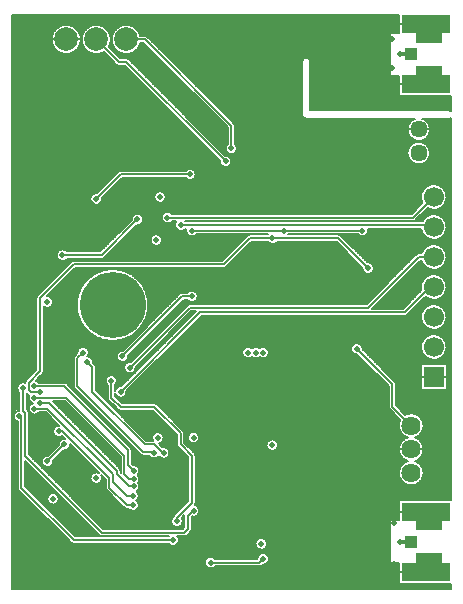
<source format=gbl>
G04 DipTrace 3.2.0.0*
G04 LFTlayout-Bottom.gbl*
%MOIN*%
G04 #@! TF.FileFunction,Copper,L4,Bot*
G04 #@! TF.Part,Single*
G04 #@! TA.AperFunction,Conductor*
%ADD14C,0.014*%
G04 #@! TA.AperFunction,CopperBalancing*
%ADD16C,0.006*%
G04 #@! TA.AperFunction,ViaPad*
%ADD18C,0.02*%
G04 #@! TA.AperFunction,ComponentPad*
%ADD33R,0.066929X0.066929*%
%ADD34C,0.066929*%
%ADD35R,0.16X0.06*%
G04 #@! TA.AperFunction,ComponentPad*
%ADD36C,0.057*%
%ADD37C,0.064*%
%ADD38R,0.041339X0.03937*%
%ADD39R,0.086614X0.041339*%
G04 #@! TA.AperFunction,ComponentPad*
%ADD41C,0.22*%
%ADD44C,0.07874*%
%FSLAX26Y26*%
G04*
G70*
G90*
G75*
G01*
G04 Bottom*
%LPD*%
X1706516Y569016D2*
D14*
X1744016D1*
X775265Y1069016D2*
D16*
X1040891Y1334641D1*
X1722141D1*
X1819016Y1431516D1*
Y1419016D1*
X806516Y1150265D2*
X1006516Y1350265D1*
X1600265D1*
X1769016Y1519016D1*
X1819016D1*
X1803880Y510945D2*
X1794016Y501082D1*
Y469016D1*
X1803880Y627087D2*
X1794016Y636950D1*
Y669016D1*
X1803880Y2252087D2*
X1794016Y2261950D1*
Y2294016D1*
X1803880Y2135945D2*
X1794016Y2126082D1*
Y2094016D1*
X1706516Y2194016D2*
D14*
X1744016D1*
X693927Y1712676D2*
D16*
X775267Y1794016D1*
X1006516D1*
X694016Y2244016D2*
X769016Y2169016D1*
X794016D1*
X1125265Y1837767D1*
X794016Y2244016D2*
X856516D1*
X1144016Y1956516D1*
Y1881516D1*
X506512Y1031517D2*
X537765D1*
X762765Y806517D1*
Y794016D1*
X802776Y754006D1*
X818278D1*
X487763Y1012765D2*
X531517D1*
X750265Y794017D1*
Y769016D1*
X796524Y722757D1*
X816508D1*
X919016Y865768D2*
Y862765D1*
X887765Y894016D1*
X856516D1*
X681516Y1069016D1*
Y1150460D1*
X663553Y1168423D1*
X887028Y866507D2*
X889537Y869016D1*
X850267D1*
X631516Y1087767D1*
Y1181516D1*
X650265Y1200265D1*
X962765Y637767D2*
Y650265D1*
X1012765Y700265D1*
Y856516D1*
X975265Y894016D1*
Y931516D1*
X887765Y1019016D1*
X775267D1*
X744015Y1050268D1*
Y1106517D1*
X437765Y987767D2*
X444016Y981516D1*
Y750267D1*
X619016Y575267D1*
X950265D1*
X569015Y937765D2*
X581517D1*
X737765Y781517D1*
Y750265D1*
X796526Y691506D1*
X816506D1*
X487764Y1087765D2*
X587767D1*
X800265Y875267D1*
Y825265D1*
X819016Y806516D1*
X450265Y1081516D2*
Y1006517D1*
X456516Y1000267D1*
Y856516D1*
X712765Y600267D1*
X987767D1*
X1000265Y612765D1*
Y656515D1*
X1018278Y674528D1*
Y672756D1*
X931516Y1650265D2*
X1750265D1*
X1819016Y1719016D1*
X975265Y1625267D2*
X1825267D1*
X1819016Y1619016D1*
X581516Y1525267D2*
X712765D1*
X831516Y1644016D1*
X487764Y1050265D2*
X594017D1*
X787765Y856517D1*
Y794015D1*
X802775Y779007D1*
X818278D1*
X1744016Y956516D2*
X1681516Y1019016D1*
Y1094016D1*
X1562765Y1212767D1*
X587764Y894015D2*
X531516Y837767D1*
X1281516Y1581516D2*
X1500267D1*
X1600267Y1481516D1*
X506512Y1069015D2*
X475268D1*
X469016Y1075267D1*
Y1100267D1*
X506516Y1137767D1*
Y1381516D1*
X619016Y1494016D1*
X1119016D1*
X1206516Y1581516D1*
X1281516D1*
X1075267Y500267D2*
X1237767D1*
X1250267Y512767D1*
X1319950Y1606517D2*
X1012765D1*
Y1387767D2*
X981517D1*
X781516Y1187765D1*
X1581516Y1606517D2*
X1319950D1*
D18*
X1706516Y569016D3*
X775265Y1069016D3*
X806516Y1150265D3*
X1706516Y2194016D3*
X693927Y1712676D3*
X1006516Y1794016D3*
X1125265Y1837767D3*
X1144016Y1881516D3*
X818278Y754006D3*
X816508Y722757D3*
X919016Y865768D3*
X663553Y1168423D3*
X887028Y866507D3*
X650265Y1200265D3*
X962765Y637767D3*
X744015Y1106517D3*
X437765Y987767D3*
X950265Y575267D3*
X569015Y937765D3*
X816506Y691506D3*
X487764Y1087765D3*
X819016Y806516D3*
X450265Y1081516D3*
X1018278Y672756D3*
X931516Y1650265D3*
X975265Y1625267D3*
X581516Y1525267D3*
X831516Y1644016D3*
D3*
X487764Y1050265D3*
X818278Y779007D3*
X1562765Y1212767D3*
X587764Y894015D3*
X531516Y837767D3*
X1281516Y1581516D3*
X1600267Y1481516D3*
X1281516Y1581516D3*
X1075267Y500267D3*
X1250267Y512767D3*
X1319950Y1606517D3*
X1012765D3*
Y1387767D3*
X781516Y1187765D3*
X1581516Y1606517D3*
X1319950D3*
X1244016Y562765D3*
X1280778Y891507D3*
X1018277Y916507D3*
X899529D3*
X506512Y1069015D3*
X1137765Y531516D3*
X1212765D3*
X1369754Y484026D3*
X1481516Y512767D3*
X1581516D3*
X1656516D3*
X1319016Y425267D3*
X1455778Y822757D3*
X1330778Y872756D3*
X1293277Y835255D3*
X1368277D3*
X1312028Y679006D3*
X1218278Y635256D3*
X1369754Y590276D3*
X1350265Y681516D3*
X1269016Y487767D3*
X1637765Y612765D3*
X1575265D3*
X1500265D3*
X1555433Y453071D3*
X1437765Y612767D3*
X1496378Y649922D3*
Y807402D3*
X1337028Y735256D3*
X1224528Y829007D3*
X1168277D3*
X1124528Y729006D3*
X1199528Y729007D3*
X1262028D3*
X1062029Y816506D3*
X550265Y712767D3*
X899528Y972756D3*
X1018277D3*
X1130778Y947756D3*
X1212029D3*
X1150265Y1412767D3*
X1444016Y1131516D3*
X1043278Y647756D3*
X525263Y987765D3*
X506512Y1031517D3*
X487763Y1012765D3*
X687765Y919016D3*
X694016Y781516D3*
X425265Y956516D3*
X887765Y1425267D3*
X1144016Y1300267D3*
Y1206517D3*
X956516Y1012767D3*
X1225267Y1150265D3*
X600265Y662767D3*
X774528Y672756D3*
X862028Y647756D3*
X937765Y519016D3*
X437765Y450267D3*
Y587767D3*
X781516Y431516D3*
X924528Y435256D3*
X1212765Y425267D3*
X1444017Y481516D3*
X1619017D3*
X1862767Y744016D3*
X1869016Y825265D3*
X1644016Y1256516D3*
X1462029Y916507D3*
X1387029Y966506D3*
X1287028Y947756D3*
X850265Y844016D3*
X431516Y1331516D3*
X944016Y756516D3*
X894016Y1575267D3*
X531516Y1369016D3*
X1250267Y1200265D3*
X1225267D3*
X1200268D3*
X1074528Y572756D3*
X1049528Y616507D3*
X1531516Y512767D3*
X1687765Y631516D3*
Y494016D3*
X937765Y625267D3*
X906516Y794016D3*
Y719016D3*
X981516Y794016D3*
Y719016D3*
X1681516Y2244016D3*
X1637765Y2256516D3*
X1594016D3*
X1237765Y1519016D3*
X1469016Y2256516D3*
Y2212765D3*
Y2169016D3*
X1237765Y1469016D3*
X1594016Y2175265D3*
X1494016Y2025265D3*
X1681516Y2150267D3*
X1706516Y2037767D3*
X1794016D3*
X1862767D3*
X1681516Y2294016D3*
X1244016Y2244016D3*
X1356516Y2137767D3*
X1469016Y2075265D3*
X956516Y2256516D3*
X931516Y2112765D3*
X1494016Y1281516D3*
X1375265Y1750267D3*
X1412767Y1944016D3*
X1587767Y2025265D3*
X1375265Y1281516D3*
X906516Y1719016D3*
X425265Y1150267D3*
X719013Y1156516D3*
X1275265Y600267D3*
X1169016Y462767D3*
X1794016Y731516D3*
X1706516Y725265D3*
X862765Y1125267D3*
X1000267Y1131516D3*
X1031516Y1244016D3*
X1362769Y1469016D3*
X1681575Y2094108D3*
X475265Y2237765D3*
X1169016Y2106516D3*
X1369016Y2044016D3*
X530777Y879006D3*
X1362768Y1519016D3*
X456516Y1819016D3*
X1125265Y1706516D3*
X925265Y1937767D3*
X1087765Y1556516D3*
X1068278Y885256D3*
Y929008D3*
X1819016Y1812767D3*
X1650265Y1806516D3*
X1850265Y1944016D3*
X1862767Y994016D3*
X1237765Y1494016D3*
X862765Y925267D3*
X1844016Y1569016D3*
X1362767Y1494016D3*
X1237767Y1444015D3*
X1362767D3*
X413622Y2319147D2*
D16*
X1704180D1*
X413622Y2313278D2*
X1704180D1*
X413622Y2307410D2*
X1704180D1*
X413622Y2301541D2*
X1704180D1*
X413622Y2295672D2*
X1704180D1*
X413622Y2289803D2*
X577093D1*
X610943D2*
X677089D1*
X710939D2*
X777097D1*
X810935D2*
X1704180D1*
X413622Y2283935D2*
X565680D1*
X622356D2*
X665676D1*
X722352D2*
X765672D1*
X822360D2*
X1704180D1*
X413622Y2278066D2*
X558718D1*
X629306D2*
X658726D1*
X729314D2*
X758722D1*
X829310D2*
X1704180D1*
X413622Y2272197D2*
X553809D1*
X634227D2*
X653805D1*
X734223D2*
X753813D1*
X834219D2*
X1704180D1*
X413622Y2266328D2*
X550234D1*
X637802D2*
X650230D1*
X737798D2*
X750226D1*
X837806D2*
X1704180D1*
X413622Y2260460D2*
X547668D1*
X640356D2*
X647676D1*
X740364D2*
X747672D1*
X840360D2*
X1671918D1*
X413622Y2254591D2*
X545969D1*
X642067D2*
X645971D1*
X742063D2*
X745973D1*
X863282D2*
X1671918D1*
X413622Y2248722D2*
X545032D1*
X869715D2*
X1671918D1*
X413622Y2242853D2*
X544820D1*
X875587D2*
X1671918D1*
X413622Y2236985D2*
X545313D1*
X881458D2*
X1671918D1*
X413622Y2231116D2*
X546554D1*
X641482D2*
X646550D1*
X741478D2*
X746547D1*
X841485D2*
X851512D1*
X887328D2*
X1671918D1*
X413622Y2225247D2*
X548570D1*
X639454D2*
X648578D1*
X739462D2*
X748574D1*
X839458D2*
X857372D1*
X893200D2*
X1671918D1*
X413622Y2219378D2*
X551512D1*
X636524D2*
X651508D1*
X736567D2*
X751516D1*
X836516D2*
X863242D1*
X899059D2*
X1671918D1*
X413622Y2213509D2*
X555566D1*
X632458D2*
X655574D1*
X742439D2*
X755570D1*
X832462D2*
X869113D1*
X904931D2*
X1671918D1*
X413622Y2207641D2*
X561168D1*
X626856D2*
X661176D1*
X748298D2*
X761172D1*
X826860D2*
X874985D1*
X910802D2*
X1671918D1*
X413622Y2201772D2*
X569372D1*
X618664D2*
X669368D1*
X754168D2*
X769364D1*
X818668D2*
X880856D1*
X916672D2*
X1671918D1*
X413622Y2195903D2*
X586481D1*
X601555D2*
X686477D1*
X701551D2*
X724222D1*
X760040D2*
X786485D1*
X801547D2*
X886715D1*
X922544D2*
X1671918D1*
X413622Y2190034D2*
X730082D1*
X765911D2*
X892586D1*
X928403D2*
X1671918D1*
X413622Y2184166D2*
X735953D1*
X771782D2*
X898457D1*
X934275D2*
X1671918D1*
X413622Y2178297D2*
X741824D1*
X802591D2*
X904328D1*
X940146D2*
X1382933D1*
X1405099D2*
X1671918D1*
X413622Y2172428D2*
X747696D1*
X808508D2*
X910200D1*
X946016D2*
X1379840D1*
X1408192D2*
X1671918D1*
X413622Y2166559D2*
X753566D1*
X814380D2*
X916058D1*
X951887D2*
X1379418D1*
X1408614D2*
X1671918D1*
X413622Y2160691D2*
X759425D1*
X820251D2*
X921929D1*
X957747D2*
X1379418D1*
X1408614D2*
X1671918D1*
X413622Y2154822D2*
X790305D1*
X826122D2*
X927801D1*
X963618D2*
X1379418D1*
X1408614D2*
X1671918D1*
X413622Y2148953D2*
X796164D1*
X831992D2*
X933672D1*
X969488D2*
X1379418D1*
X1408614D2*
X1671918D1*
X413622Y2143084D2*
X802036D1*
X837852D2*
X939544D1*
X975360D2*
X1379418D1*
X1408614D2*
X1671918D1*
X413622Y2137215D2*
X807906D1*
X843723D2*
X945402D1*
X981231D2*
X1379418D1*
X1408614D2*
X1671918D1*
X413622Y2131347D2*
X813777D1*
X849595D2*
X951273D1*
X987091D2*
X1379418D1*
X1408614D2*
X1671918D1*
X413622Y2125478D2*
X819649D1*
X855466D2*
X957145D1*
X992962D2*
X1379418D1*
X1408614D2*
X1671918D1*
X413622Y2119609D2*
X825508D1*
X861336D2*
X963016D1*
X998832D2*
X1379418D1*
X1408614D2*
X1704180D1*
X413622Y2113740D2*
X831380D1*
X867196D2*
X968886D1*
X1004704D2*
X1379418D1*
X1408614D2*
X1704180D1*
X413622Y2107872D2*
X837250D1*
X873067D2*
X974746D1*
X1010575D2*
X1379418D1*
X1408614D2*
X1704180D1*
X413622Y2102003D2*
X843121D1*
X878939D2*
X980617D1*
X1016435D2*
X1379418D1*
X1408614D2*
X1704180D1*
X413622Y2096134D2*
X848992D1*
X884810D2*
X986488D1*
X1022306D2*
X1379418D1*
X1408614D2*
X1704180D1*
X413622Y2090265D2*
X854852D1*
X890680D2*
X992360D1*
X1028176D2*
X1379418D1*
X1408614D2*
X1704180D1*
X413622Y2084397D2*
X860722D1*
X896540D2*
X998230D1*
X1034047D2*
X1379418D1*
X1408614D2*
X1704180D1*
X413622Y2078528D2*
X866593D1*
X902411D2*
X1004089D1*
X1039919D2*
X1379418D1*
X1408614D2*
X1704180D1*
X413622Y2072659D2*
X872465D1*
X908282D2*
X1009961D1*
X1045778D2*
X1379418D1*
X1408614D2*
X1704180D1*
X413622Y2066790D2*
X878336D1*
X914152D2*
X1015832D1*
X1051650D2*
X1379418D1*
X1408614D2*
X1704180D1*
X413622Y2060922D2*
X884196D1*
X920024D2*
X1021704D1*
X1057520D2*
X1379418D1*
X1408614D2*
X1704180D1*
X413622Y2055053D2*
X890066D1*
X925883D2*
X1027574D1*
X1063391D2*
X1379418D1*
X1408614D2*
X1704180D1*
X413622Y2049184D2*
X895937D1*
X931755D2*
X1033433D1*
X1069263D2*
X1379418D1*
X1408614D2*
X1874418D1*
X413622Y2043315D2*
X901809D1*
X937626D2*
X1039305D1*
X1075122D2*
X1379418D1*
X1408614D2*
X1874418D1*
X413622Y2037446D2*
X907680D1*
X943496D2*
X1045176D1*
X1080992D2*
X1379418D1*
X1408614D2*
X1874418D1*
X413622Y2031578D2*
X913540D1*
X949368D2*
X1051047D1*
X1086864D2*
X1379418D1*
X1408614D2*
X1874418D1*
X413622Y2025709D2*
X919410D1*
X955227D2*
X1056918D1*
X1092735D2*
X1379418D1*
X1408614D2*
X1874418D1*
X413622Y2019840D2*
X925281D1*
X961099D2*
X1062777D1*
X1098607D2*
X1379418D1*
X1408614D2*
X1874418D1*
X413622Y2013971D2*
X931152D1*
X966970D2*
X1068649D1*
X1104466D2*
X1379418D1*
X1408614D2*
X1874418D1*
X413622Y2008103D2*
X937024D1*
X972840D2*
X1074520D1*
X1110336D2*
X1379418D1*
X1408614D2*
X1874418D1*
X413622Y2002234D2*
X942882D1*
X978712D2*
X1080390D1*
X1116208D2*
X1379418D1*
X413622Y1996365D2*
X948754D1*
X984583D2*
X1086261D1*
X1122079D2*
X1379418D1*
X413622Y1990496D2*
X954625D1*
X990443D2*
X1092121D1*
X1127950D2*
X1379864D1*
X413622Y1984628D2*
X960496D1*
X996314D2*
X1097992D1*
X1133810D2*
X1383028D1*
X413622Y1978759D2*
X966368D1*
X1002184D2*
X1103864D1*
X1139680D2*
X1753680D1*
X1784352D2*
X1874418D1*
X413622Y1972890D2*
X972226D1*
X1008055D2*
X1109734D1*
X1145551D2*
X1744117D1*
X1793915D2*
X1874418D1*
X413622Y1967021D2*
X978097D1*
X1013927D2*
X1115605D1*
X1151423D2*
X1738504D1*
X1799528D2*
X1874418D1*
X413622Y1961152D2*
X983969D1*
X1019786D2*
X1121465D1*
X1155946D2*
X1734789D1*
X1803243D2*
X1874418D1*
X413622Y1955284D2*
X989840D1*
X1025656D2*
X1127336D1*
X1156860D2*
X1732398D1*
X1805634D2*
X1874418D1*
X413622Y1949415D2*
X995712D1*
X1031528D2*
X1131180D1*
X1156860D2*
X1731062D1*
X1806970D2*
X1874418D1*
X413622Y1943546D2*
X1001570D1*
X1037399D2*
X1131180D1*
X1156860D2*
X1730676D1*
X1807356D2*
X1874418D1*
X413622Y1937677D2*
X1007441D1*
X1043271D2*
X1131180D1*
X1156860D2*
X1731215D1*
X1806817D2*
X1874418D1*
X413622Y1931809D2*
X1013313D1*
X1049130D2*
X1131180D1*
X1156860D2*
X1732704D1*
X1805328D2*
X1874418D1*
X413622Y1925940D2*
X1019184D1*
X1055000D2*
X1131180D1*
X1156860D2*
X1735281D1*
X1802751D2*
X1874418D1*
X413622Y1920071D2*
X1025054D1*
X1060872D2*
X1131180D1*
X1156860D2*
X1739242D1*
X1798790D2*
X1874418D1*
X413622Y1914202D2*
X1030914D1*
X1066743D2*
X1131180D1*
X1156860D2*
X1745277D1*
X1792755D2*
X1874418D1*
X413622Y1908334D2*
X1036785D1*
X1072614D2*
X1131180D1*
X1156860D2*
X1756129D1*
X1781903D2*
X1874418D1*
X413622Y1902465D2*
X1042656D1*
X1078474D2*
X1131180D1*
X1156860D2*
X1761988D1*
X1776044D2*
X1874418D1*
X413622Y1896596D2*
X1048528D1*
X1084344D2*
X1131180D1*
X1156860D2*
X1747364D1*
X1790668D2*
X1874418D1*
X413622Y1890727D2*
X1054398D1*
X1090215D2*
X1126528D1*
X1161512D2*
X1740554D1*
X1797478D2*
X1874418D1*
X413622Y1884859D2*
X1060257D1*
X1096087D2*
X1124465D1*
X1163563D2*
X1736149D1*
X1801883D2*
X1874418D1*
X413622Y1878990D2*
X1066129D1*
X1101958D2*
X1124348D1*
X1163692D2*
X1733254D1*
X1804778D2*
X1874418D1*
X413622Y1873121D2*
X1072000D1*
X1107817D2*
X1126105D1*
X1161923D2*
X1731496D1*
X1806536D2*
X1874418D1*
X413622Y1867252D2*
X1077872D1*
X1113688D2*
X1130500D1*
X1157528D2*
X1730722D1*
X1807310D2*
X1874418D1*
X413622Y1861383D2*
X1083742D1*
X1119559D2*
X1730876D1*
X1807156D2*
X1874418D1*
X413622Y1855515D2*
X1089601D1*
X1133294D2*
X1731965D1*
X1806067D2*
X1874418D1*
X413622Y1849646D2*
X1095473D1*
X1141004D2*
X1734062D1*
X1803970D2*
X1874418D1*
X413622Y1843777D2*
X1101344D1*
X1144146D2*
X1737402D1*
X1800630D2*
X1874418D1*
X413622Y1837908D2*
X1105422D1*
X1145107D2*
X1742429D1*
X1795603D2*
X1874418D1*
X413622Y1832040D2*
X1106301D1*
X1144239D2*
X1750540D1*
X1787492D2*
X1874418D1*
X413622Y1826171D2*
X1109313D1*
X1141215D2*
X1874418D1*
X413622Y1820302D2*
X1116589D1*
X1133939D2*
X1874418D1*
X413622Y1814433D2*
X1874418D1*
X413622Y1808565D2*
X993320D1*
X1019704D2*
X1874418D1*
X413622Y1802696D2*
X766036D1*
X1024286D2*
X1874418D1*
X413622Y1796827D2*
X760164D1*
X1026150D2*
X1874418D1*
X413622Y1790958D2*
X754305D1*
X1026114D2*
X1874418D1*
X413622Y1785089D2*
X748433D1*
X1024156D2*
X1874418D1*
X413622Y1779221D2*
X742562D1*
X778380D2*
X993613D1*
X1019411D2*
X1874418D1*
X413622Y1773352D2*
X736692D1*
X772508D2*
X1874418D1*
X413622Y1767483D2*
X730820D1*
X766650D2*
X1874418D1*
X413622Y1761614D2*
X724949D1*
X760778D2*
X1815402D1*
X1822626D2*
X1874418D1*
X413622Y1755746D2*
X719089D1*
X754907D2*
X1796629D1*
X1841399D2*
X1874418D1*
X413622Y1749877D2*
X713218D1*
X749036D2*
X1788894D1*
X1849134D2*
X1874418D1*
X413622Y1744008D2*
X707348D1*
X743164D2*
X1783785D1*
X1854243D2*
X1874418D1*
X413622Y1738139D2*
X701477D1*
X737306D2*
X903801D1*
X909231D2*
X1780234D1*
X1857794D2*
X1874418D1*
X413622Y1732271D2*
X695605D1*
X731435D2*
X891965D1*
X921067D2*
X1777820D1*
X1860208D2*
X1874418D1*
X413622Y1726402D2*
X679844D1*
X725563D2*
X888145D1*
X924887D2*
X1776356D1*
X1861672D2*
X1874418D1*
X413622Y1720533D2*
X675765D1*
X719692D2*
X886738D1*
X926294D2*
X1775734D1*
X1862294D2*
X1874418D1*
X413622Y1714664D2*
X674196D1*
X713820D2*
X887172D1*
X925860D2*
X1775933D1*
X1862095D2*
X1874418D1*
X413622Y1708796D2*
X674477D1*
X713376D2*
X889609D1*
X923423D2*
X1776953D1*
X1861075D2*
X1874418D1*
X413622Y1702927D2*
X676738D1*
X711114D2*
X895364D1*
X917668D2*
X1778864D1*
X1859176D2*
X1874418D1*
X413622Y1697058D2*
X682093D1*
X705759D2*
X1779145D1*
X1856247D2*
X1874418D1*
X413622Y1691189D2*
X1773273D1*
X1852004D2*
X1874418D1*
X413622Y1685320D2*
X1767414D1*
X1845852D2*
X1874418D1*
X413622Y1679452D2*
X1761544D1*
X1797360D2*
X1802348D1*
X1835692D2*
X1874418D1*
X413622Y1673583D2*
X1755672D1*
X1791488D2*
X1874418D1*
X413622Y1667714D2*
X922809D1*
X940227D2*
X1749801D1*
X1785630D2*
X1874418D1*
X413622Y1661845D2*
X823680D1*
X839352D2*
X915554D1*
X1779759D2*
X1874418D1*
X413622Y1655977D2*
X815840D1*
X847192D2*
X912544D1*
X1773887D2*
X1797028D1*
X1841012D2*
X1874418D1*
X413622Y1650108D2*
X812664D1*
X850368D2*
X911676D1*
X1768016D2*
X1789141D1*
X1848887D2*
X1874418D1*
X413622Y1644239D2*
X811680D1*
X851352D2*
X912649D1*
X1762146D2*
X1783961D1*
X1854079D2*
X1874418D1*
X413622Y1638370D2*
X807965D1*
X850508D2*
X915789D1*
X1753755D2*
X1780352D1*
X1857688D2*
X1874418D1*
X413622Y1632502D2*
X802093D1*
X847532D2*
X923524D1*
X939512D2*
X956840D1*
X1860138D2*
X1874418D1*
X413622Y1626633D2*
X796222D1*
X840360D2*
X955469D1*
X1861638D2*
X1874418D1*
X413622Y1620764D2*
X790352D1*
X826168D2*
X955961D1*
X1862282D2*
X1874418D1*
X413622Y1614895D2*
X784481D1*
X820310D2*
X958457D1*
X1862118D2*
X1874418D1*
X413622Y1609026D2*
X778621D1*
X814439D2*
X964352D1*
X986176D2*
X993086D1*
X1601188D2*
X1776894D1*
X1861134D2*
X1874418D1*
X413622Y1603158D2*
X772750D1*
X808567D2*
X993226D1*
X1601059D2*
X1778769D1*
X1859271D2*
X1874418D1*
X413622Y1597289D2*
X766880D1*
X802696D2*
X995277D1*
X1598996D2*
X1781652D1*
X1856376D2*
X1874418D1*
X413622Y1591420D2*
X761008D1*
X796824D2*
X882965D1*
X905071D2*
X1000234D1*
X1025294D2*
X1198726D1*
X1508059D2*
X1568992D1*
X1594040D2*
X1785824D1*
X1852204D2*
X1874418D1*
X413622Y1585551D2*
X755137D1*
X790966D2*
X877152D1*
X910872D2*
X1192645D1*
X1514142D2*
X1791882D1*
X1846146D2*
X1874418D1*
X413622Y1579683D2*
X749277D1*
X785095D2*
X874692D1*
X913344D2*
X1186773D1*
X1520012D2*
X1801785D1*
X1836243D2*
X1874418D1*
X413622Y1573814D2*
X743406D1*
X779223D2*
X874234D1*
X913802D2*
X1180902D1*
X1525883D2*
X1874418D1*
X413622Y1567945D2*
X737536D1*
X773352D2*
X875629D1*
X912407D2*
X1175032D1*
X1210860D2*
X1267281D1*
X1295751D2*
X1495925D1*
X1531743D2*
X1874418D1*
X413622Y1562076D2*
X731664D1*
X767482D2*
X879414D1*
X908622D2*
X1169172D1*
X1204988D2*
X1501797D1*
X1537614D2*
X1874418D1*
X413622Y1556208D2*
X725793D1*
X761622D2*
X890781D1*
X897243D2*
X1163301D1*
X1199118D2*
X1507668D1*
X1543485D2*
X1797425D1*
X1840603D2*
X1874418D1*
X413622Y1550339D2*
X719922D1*
X755751D2*
X1157429D1*
X1193247D2*
X1513540D1*
X1549356D2*
X1789386D1*
X1848642D2*
X1874418D1*
X413622Y1544470D2*
X579730D1*
X583298D2*
X714062D1*
X749880D2*
X1151558D1*
X1187376D2*
X1519398D1*
X1555227D2*
X1784125D1*
X1853903D2*
X1874418D1*
X413622Y1538601D2*
X567050D1*
X595988D2*
X708192D1*
X744008D2*
X1145688D1*
X1181516D2*
X1525269D1*
X1561087D2*
X1780469D1*
X1857559D2*
X1874418D1*
X413622Y1532733D2*
X563184D1*
X738138D2*
X1139828D1*
X1175646D2*
X1531141D1*
X1566958D2*
X1777973D1*
X1860055D2*
X1874418D1*
X413622Y1526864D2*
X561742D1*
X732278D2*
X1133957D1*
X1169775D2*
X1537012D1*
X1572828D2*
X1758953D1*
X1861591D2*
X1874418D1*
X413622Y1520995D2*
X562152D1*
X726407D2*
X1128086D1*
X1163903D2*
X1542882D1*
X1578700D2*
X1753082D1*
X1862271D2*
X1874418D1*
X413622Y1515126D2*
X564566D1*
X720219D2*
X1122215D1*
X1158032D2*
X1548742D1*
X1584571D2*
X1747212D1*
X1862142D2*
X1874418D1*
X413622Y1509257D2*
X570250D1*
X592790D2*
X1116344D1*
X1152172D2*
X1554613D1*
X1590431D2*
X1741352D1*
X1861192D2*
X1874418D1*
X413622Y1503389D2*
X610540D1*
X1146302D2*
X1560485D1*
X1596302D2*
X1735481D1*
X1771298D2*
X1778676D1*
X1859364D2*
X1874418D1*
X413622Y1497520D2*
X604609D1*
X1140431D2*
X1566356D1*
X1611547D2*
X1729609D1*
X1765427D2*
X1781512D1*
X1856516D2*
X1874418D1*
X413622Y1491651D2*
X598738D1*
X1134559D2*
X1572226D1*
X1617219D2*
X1723738D1*
X1759555D2*
X1785637D1*
X1852403D2*
X1874418D1*
X413622Y1485782D2*
X592868D1*
X1128688D2*
X1578086D1*
X1619622D2*
X1717868D1*
X1753696D2*
X1791601D1*
X1846439D2*
X1874418D1*
X413622Y1479914D2*
X587008D1*
X622824D2*
X1580488D1*
X1620044D2*
X1712008D1*
X1747824D2*
X1801246D1*
X1836782D2*
X1874418D1*
X413622Y1474045D2*
X581137D1*
X616954D2*
X717965D1*
X778719D2*
X1581941D1*
X1618603D2*
X1706137D1*
X1741954D2*
X1874418D1*
X413622Y1468176D2*
X575265D1*
X611083D2*
X700761D1*
X795935D2*
X1585797D1*
X1614735D2*
X1700265D1*
X1736083D2*
X1874418D1*
X413622Y1462307D2*
X569394D1*
X605212D2*
X688925D1*
X807759D2*
X1598570D1*
X1601957D2*
X1694394D1*
X1730212D2*
X1874418D1*
X413622Y1456439D2*
X563524D1*
X599352D2*
X679609D1*
X817087D2*
X1688524D1*
X1724352D2*
X1797848D1*
X1840192D2*
X1874418D1*
X413622Y1450570D2*
X557664D1*
X593482D2*
X671876D1*
X824820D2*
X1682664D1*
X1718482D2*
X1789645D1*
X1848395D2*
X1874418D1*
X413622Y1444701D2*
X551793D1*
X587610D2*
X665277D1*
X831419D2*
X1676793D1*
X1712610D2*
X1784301D1*
X1853727D2*
X1874418D1*
X413622Y1438832D2*
X545922D1*
X581739D2*
X659547D1*
X837138D2*
X1670922D1*
X1706739D2*
X1780586D1*
X1857443D2*
X1874418D1*
X413622Y1432964D2*
X540050D1*
X575868D2*
X654554D1*
X842142D2*
X1665050D1*
X1700868D2*
X1778054D1*
X1859974D2*
X1874418D1*
X413622Y1427095D2*
X534180D1*
X570008D2*
X650149D1*
X846536D2*
X1659180D1*
X1695008D2*
X1776485D1*
X1861544D2*
X1874418D1*
X413622Y1421226D2*
X528320D1*
X564138D2*
X646293D1*
X850403D2*
X1653320D1*
X1689138D2*
X1775769D1*
X1862259D2*
X1874418D1*
X413622Y1415357D2*
X522449D1*
X558267D2*
X642894D1*
X853802D2*
X1647449D1*
X1683267D2*
X1775864D1*
X1862164D2*
X1874418D1*
X413622Y1409488D2*
X516578D1*
X552395D2*
X639918D1*
X856778D2*
X1641578D1*
X1677395D2*
X1776789D1*
X1861239D2*
X1874418D1*
X413622Y1403620D2*
X510708D1*
X546524D2*
X637340D1*
X859356D2*
X1001265D1*
X1024263D2*
X1635708D1*
X1671524D2*
X1773215D1*
X1859446D2*
X1874418D1*
X413622Y1397751D2*
X504836D1*
X540664D2*
X635125D1*
X861571D2*
X973832D1*
X1029817D2*
X1629836D1*
X1665664D2*
X1767344D1*
X1856646D2*
X1874418D1*
X413622Y1391882D2*
X498977D1*
X534794D2*
X633250D1*
X863446D2*
X967726D1*
X1032160D2*
X1623977D1*
X1659794D2*
X1761473D1*
X1852591D2*
X1874418D1*
X413622Y1386013D2*
X494536D1*
X541134D2*
X631704D1*
X864992D2*
X961856D1*
X1032524D2*
X1618105D1*
X1653923D2*
X1755601D1*
X1846719D2*
X1874418D1*
X413622Y1380145D2*
X493680D1*
X547814D2*
X630473D1*
X866223D2*
X955985D1*
X1031036D2*
X1612234D1*
X1648051D2*
X1749730D1*
X1785559D2*
X1800730D1*
X1837298D2*
X1874418D1*
X413622Y1374276D2*
X493680D1*
X550626D2*
X629547D1*
X867150D2*
X950113D1*
X985943D2*
X998453D1*
X1027087D2*
X1606364D1*
X1642180D2*
X1743872D1*
X1779688D2*
X1874418D1*
X413622Y1368407D2*
X493680D1*
X551340D2*
X628914D1*
X867782D2*
X944242D1*
X980071D2*
X1600492D1*
X1636320D2*
X1738000D1*
X1773817D2*
X1874418D1*
X413622Y1362538D2*
X493680D1*
X550227D2*
X628574D1*
X868122D2*
X938382D1*
X974200D2*
X1594633D1*
X1630450D2*
X1732129D1*
X1767946D2*
X1874418D1*
X413622Y1356670D2*
X493680D1*
X546876D2*
X628528D1*
X868168D2*
X932512D1*
X968328D2*
X995008D1*
X1624579D2*
X1726257D1*
X1762075D2*
X1798269D1*
X1839759D2*
X1874418D1*
X413622Y1350801D2*
X493680D1*
X519360D2*
X524722D1*
X538310D2*
X628761D1*
X867935D2*
X926641D1*
X962458D2*
X989137D1*
X1618708D2*
X1720386D1*
X1756215D2*
X1789890D1*
X1848138D2*
X1874418D1*
X413622Y1344932D2*
X493680D1*
X519360D2*
X629289D1*
X867407D2*
X920769D1*
X956599D2*
X983277D1*
X1750344D2*
X1784477D1*
X1853563D2*
X1874418D1*
X413622Y1339063D2*
X493680D1*
X519360D2*
X630121D1*
X866575D2*
X914898D1*
X950727D2*
X977406D1*
X1744474D2*
X1780715D1*
X1857324D2*
X1874418D1*
X413622Y1333194D2*
X493680D1*
X519360D2*
X631246D1*
X865450D2*
X909040D1*
X944856D2*
X971536D1*
X1007352D2*
X1021540D1*
X1738603D2*
X1778137D1*
X1859903D2*
X1874418D1*
X413622Y1327326D2*
X493680D1*
X519360D2*
X632676D1*
X864020D2*
X903168D1*
X938985D2*
X965664D1*
X1001482D2*
X1015668D1*
X1732731D2*
X1776532D1*
X1861508D2*
X1874418D1*
X413622Y1321457D2*
X493680D1*
X519360D2*
X634433D1*
X862263D2*
X897297D1*
X933114D2*
X959793D1*
X995622D2*
X1009797D1*
X1045614D2*
X1775781D1*
X1862247D2*
X1874418D1*
X413622Y1315588D2*
X493680D1*
X519360D2*
X636532D1*
X860164D2*
X891425D1*
X927255D2*
X953933D1*
X989751D2*
X1003925D1*
X1039755D2*
X1775852D1*
X1862188D2*
X1874418D1*
X413622Y1309719D2*
X493680D1*
X519360D2*
X638981D1*
X857715D2*
X885554D1*
X921383D2*
X948062D1*
X983880D2*
X998054D1*
X1033883D2*
X1776730D1*
X1861298D2*
X1874418D1*
X413622Y1303851D2*
X493680D1*
X519360D2*
X641805D1*
X854880D2*
X879696D1*
X915512D2*
X942192D1*
X978008D2*
X992196D1*
X1028012D2*
X1778500D1*
X1859540D2*
X1874418D1*
X413622Y1297982D2*
X493680D1*
X519360D2*
X645050D1*
X851634D2*
X873824D1*
X909642D2*
X936320D1*
X972138D2*
X986324D1*
X1022142D2*
X1781254D1*
X1856786D2*
X1874418D1*
X413622Y1292113D2*
X493680D1*
X519360D2*
X648754D1*
X847943D2*
X867953D1*
X903771D2*
X930449D1*
X966278D2*
X980453D1*
X1016271D2*
X1785250D1*
X1852778D2*
X1874418D1*
X413622Y1286244D2*
X493680D1*
X519360D2*
X652961D1*
X843735D2*
X862082D1*
X897911D2*
X924589D1*
X960407D2*
X974582D1*
X1010399D2*
X1791040D1*
X1847000D2*
X1874418D1*
X413622Y1280376D2*
X493680D1*
X519360D2*
X657742D1*
X838954D2*
X856212D1*
X892040D2*
X918718D1*
X954536D2*
X968712D1*
X1004540D2*
X1800238D1*
X1837802D2*
X1874418D1*
X413622Y1274507D2*
X493680D1*
X519360D2*
X663192D1*
X833504D2*
X850352D1*
X886168D2*
X912848D1*
X948664D2*
X962852D1*
X998668D2*
X1874418D1*
X413622Y1268638D2*
X493680D1*
X519360D2*
X669461D1*
X827223D2*
X844481D1*
X880298D2*
X906977D1*
X942794D2*
X956981D1*
X992798D2*
X1874418D1*
X413622Y1262769D2*
X493680D1*
X519360D2*
X676773D1*
X819923D2*
X838609D1*
X874427D2*
X901105D1*
X936935D2*
X951109D1*
X986927D2*
X1874418D1*
X413622Y1256901D2*
X493680D1*
X519360D2*
X685469D1*
X811227D2*
X832738D1*
X868555D2*
X895246D1*
X931063D2*
X945238D1*
X981055D2*
X1798704D1*
X1839324D2*
X1874418D1*
X413622Y1251032D2*
X493680D1*
X519360D2*
X696261D1*
X800435D2*
X826868D1*
X862696D2*
X889376D1*
X925192D2*
X939368D1*
X975196D2*
X1790160D1*
X1847880D2*
X1874418D1*
X413622Y1245163D2*
X493680D1*
X519360D2*
X710945D1*
X785739D2*
X821008D1*
X856824D2*
X883504D1*
X919320D2*
X933508D1*
X969324D2*
X1784652D1*
X1853376D2*
X1874418D1*
X413622Y1239294D2*
X493680D1*
X519360D2*
X815137D1*
X850954D2*
X877633D1*
X913450D2*
X927637D1*
X963454D2*
X1780832D1*
X1857196D2*
X1874418D1*
X413622Y1233425D2*
X493680D1*
X519360D2*
X809265D1*
X845083D2*
X871761D1*
X907591D2*
X921765D1*
X957583D2*
X1778218D1*
X1859820D2*
X1874418D1*
X413622Y1227557D2*
X493680D1*
X519360D2*
X803394D1*
X839212D2*
X865902D1*
X901719D2*
X915894D1*
X951712D2*
X1549856D1*
X1575676D2*
X1776578D1*
X1861462D2*
X1874418D1*
X413622Y1221688D2*
X493680D1*
X519360D2*
X797524D1*
X833352D2*
X860032D1*
X895848D2*
X910024D1*
X945852D2*
X1545121D1*
X1580411D2*
X1775793D1*
X1862235D2*
X1874418D1*
X413622Y1215819D2*
X493680D1*
X519360D2*
X638336D1*
X662188D2*
X791664D1*
X827482D2*
X854160D1*
X889978D2*
X904164D1*
X939982D2*
X1188344D1*
X1262188D2*
X1543164D1*
X1582356D2*
X1775828D1*
X1862200D2*
X1874418D1*
X413622Y1209950D2*
X493680D1*
X519360D2*
X633040D1*
X667485D2*
X785793D1*
X821610D2*
X848289D1*
X884107D2*
X898293D1*
X934110D2*
X1183047D1*
X1267496D2*
X1543129D1*
X1583492D2*
X1776684D1*
X1861344D2*
X1874418D1*
X413622Y1204082D2*
X493680D1*
X519360D2*
X630813D1*
X669723D2*
X770722D1*
X815739D2*
X842418D1*
X878247D2*
X892422D1*
X928239D2*
X1180809D1*
X1269723D2*
X1544992D1*
X1589364D2*
X1778406D1*
X1859622D2*
X1874418D1*
X413622Y1198213D2*
X493680D1*
X519360D2*
X630309D1*
X669992D2*
X764757D1*
X809868D2*
X836558D1*
X872376D2*
X886550D1*
X922368D2*
X1180540D1*
X1269992D2*
X1549586D1*
X1595235D2*
X1781125D1*
X1856915D2*
X1874418D1*
X413622Y1192344D2*
X493680D1*
X519360D2*
X624437D1*
X668399D2*
X762226D1*
X804008D2*
X830688D1*
X866504D2*
X880680D1*
X916508D2*
X1182133D1*
X1268399D2*
X1565277D1*
X1601095D2*
X1785062D1*
X1852966D2*
X1874418D1*
X413622Y1186475D2*
X493680D1*
X519360D2*
X619726D1*
X670814D2*
X761722D1*
X801314D2*
X824817D1*
X860634D2*
X874820D1*
X910638D2*
X1186246D1*
X1264286D2*
X1571149D1*
X1606966D2*
X1790757D1*
X1847271D2*
X1874418D1*
X413622Y1180607D2*
X493680D1*
X519360D2*
X618672D1*
X679040D2*
X763058D1*
X799978D2*
X818945D1*
X854763D2*
X868949D1*
X904767D2*
X1577020D1*
X1612836D2*
X1799746D1*
X1838282D2*
X1874418D1*
X413622Y1174738D2*
X493680D1*
X519360D2*
X618672D1*
X682320D2*
X766761D1*
X796275D2*
X813074D1*
X848903D2*
X863078D1*
X898895D2*
X1582880D1*
X1618708D2*
X1874418D1*
X413622Y1168869D2*
X493680D1*
X519360D2*
X618672D1*
X683387D2*
X777297D1*
X785739D2*
X801004D1*
X843032D2*
X857208D1*
X893024D2*
X1588750D1*
X1624579D2*
X1874418D1*
X413622Y1163000D2*
X493680D1*
X519360D2*
X618672D1*
X686880D2*
X791488D1*
X837160D2*
X851336D1*
X887164D2*
X1594621D1*
X1630439D2*
X1874418D1*
X413622Y1157131D2*
X493680D1*
X519360D2*
X618672D1*
X692376D2*
X787937D1*
X831290D2*
X845477D1*
X881294D2*
X1600492D1*
X1636310D2*
X1775712D1*
X1862317D2*
X1874418D1*
X413622Y1151263D2*
X493680D1*
X519360D2*
X618672D1*
X694332D2*
X786708D1*
X826332D2*
X839605D1*
X875423D2*
X1606364D1*
X1642180D2*
X1775712D1*
X1862317D2*
X1874418D1*
X413622Y1145394D2*
X493680D1*
X519360D2*
X618672D1*
X694356D2*
X787305D1*
X825723D2*
X833734D1*
X869551D2*
X1612222D1*
X1648051D2*
X1775712D1*
X1862317D2*
X1874418D1*
X413622Y1139525D2*
X490364D1*
X519360D2*
X618672D1*
X694356D2*
X789953D1*
X823075D2*
X827864D1*
X863680D2*
X1618093D1*
X1653923D2*
X1775712D1*
X1862317D2*
X1874418D1*
X413622Y1133656D2*
X484492D1*
X518646D2*
X618672D1*
X694356D2*
X796200D1*
X816828D2*
X821992D1*
X857820D2*
X1623965D1*
X1659782D2*
X1775712D1*
X1862317D2*
X1874418D1*
X413622Y1127788D2*
X478633D1*
X514450D2*
X618672D1*
X694356D2*
X816133D1*
X851950D2*
X1629836D1*
X1665652D2*
X1775712D1*
X1862317D2*
X1874418D1*
X413622Y1121919D2*
X472761D1*
X508579D2*
X618672D1*
X694356D2*
X731886D1*
X756150D2*
X810261D1*
X846079D2*
X1635708D1*
X1671524D2*
X1775712D1*
X1862317D2*
X1874418D1*
X413622Y1116050D2*
X466890D1*
X502708D2*
X618672D1*
X694356D2*
X726708D1*
X761328D2*
X804390D1*
X840208D2*
X1641566D1*
X1677395D2*
X1775712D1*
X1862317D2*
X1874418D1*
X413622Y1110181D2*
X461020D1*
X496836D2*
X618672D1*
X694356D2*
X724528D1*
X763496D2*
X798520D1*
X834336D2*
X1647437D1*
X1683267D2*
X1775712D1*
X1862317D2*
X1874418D1*
X413622Y1104313D2*
X456860D1*
X498184D2*
X618672D1*
X694356D2*
X724305D1*
X763731D2*
X792649D1*
X828478D2*
X1653309D1*
X1689126D2*
X1775712D1*
X1862317D2*
X1874418D1*
X413622Y1098444D2*
X440524D1*
X594348D2*
X618672D1*
X694356D2*
X725945D1*
X762079D2*
X786777D1*
X822607D2*
X1659180D1*
X1693532D2*
X1775712D1*
X1862317D2*
X1874418D1*
X413622Y1092575D2*
X433925D1*
X600864D2*
X618672D1*
X694356D2*
X730152D1*
X757872D2*
X780918D1*
X816735D2*
X1665050D1*
X1694352D2*
X1775712D1*
X1862317D2*
X1874418D1*
X413622Y1086706D2*
X431137D1*
X606735D2*
X618718D1*
X694356D2*
X731172D1*
X756852D2*
X767101D1*
X810864D2*
X1668672D1*
X1694352D2*
X1775712D1*
X1862317D2*
X1874418D1*
X413622Y1080838D2*
X430433D1*
X612607D2*
X620828D1*
X694356D2*
X731172D1*
X804992D2*
X1668672D1*
X1694352D2*
X1775712D1*
X1862317D2*
X1874418D1*
X413622Y1074969D2*
X431570D1*
X618478D2*
X626406D1*
X694356D2*
X731172D1*
X799134D2*
X1668672D1*
X1694352D2*
X1874418D1*
X413622Y1069100D2*
X434969D1*
X624336D2*
X632277D1*
X699336D2*
X731172D1*
X795103D2*
X1668672D1*
X1694352D2*
X1874418D1*
X413622Y1063231D2*
X437429D1*
X630208D2*
X638137D1*
X705208D2*
X731172D1*
X794212D2*
X1668672D1*
X1694352D2*
X1874418D1*
X413622Y1057362D2*
X437429D1*
X463110D2*
X469281D1*
X636079D2*
X644008D1*
X711079D2*
X731172D1*
X791176D2*
X1668672D1*
X1694352D2*
X1874418D1*
X413622Y1051494D2*
X437429D1*
X463110D2*
X467969D1*
X641950D2*
X649880D1*
X716950D2*
X731172D1*
X760696D2*
X766715D1*
X783817D2*
X1668672D1*
X1694352D2*
X1874418D1*
X413622Y1045625D2*
X437429D1*
X463110D2*
X468496D1*
X647820D2*
X655750D1*
X722820D2*
X732086D1*
X766567D2*
X1668672D1*
X1694352D2*
X1874418D1*
X413622Y1039756D2*
X437429D1*
X463110D2*
X471050D1*
X653680D2*
X661621D1*
X728680D2*
X736621D1*
X772439D2*
X1668672D1*
X1694352D2*
X1874418D1*
X413622Y1033887D2*
X437429D1*
X463110D2*
X477062D1*
X553310D2*
X592481D1*
X659551D2*
X667481D1*
X734551D2*
X742481D1*
X778310D2*
X1668672D1*
X1694352D2*
X1874418D1*
X413622Y1028019D2*
X437429D1*
X463110D2*
X475433D1*
X559168D2*
X598352D1*
X665423D2*
X673352D1*
X740423D2*
X748352D1*
X896656D2*
X1668672D1*
X1694352D2*
X1874418D1*
X413622Y1022150D2*
X437429D1*
X463110D2*
X470372D1*
X565040D2*
X604222D1*
X671294D2*
X679222D1*
X746294D2*
X754222D1*
X902540D2*
X1668672D1*
X1696298D2*
X1874418D1*
X413622Y1016281D2*
X437429D1*
X463110D2*
X468250D1*
X570911D2*
X610093D1*
X677164D2*
X685093D1*
X752164D2*
X760093D1*
X908411D2*
X1668988D1*
X1702156D2*
X1874418D1*
X413622Y1010412D2*
X437429D1*
X464282D2*
X468062D1*
X576782D2*
X615965D1*
X683024D2*
X690965D1*
X758024D2*
X765965D1*
X914282D2*
X1672212D1*
X1708028D2*
X1874418D1*
X413622Y1004544D2*
X427750D1*
X582652D2*
X621824D1*
X688895D2*
X696824D1*
X763895D2*
X884324D1*
X920152D2*
X1678082D1*
X1713899D2*
X1874418D1*
X413622Y998675D2*
X421317D1*
X469356D2*
X474062D1*
X501466D2*
X527700D1*
X588512D2*
X627696D1*
X694767D2*
X702696D1*
X769767D2*
X890196D1*
X926012D2*
X1683941D1*
X1719771D2*
X1874418D1*
X413622Y992806D2*
X418597D1*
X469356D2*
X533570D1*
X594383D2*
X633566D1*
X700638D2*
X708566D1*
X775638D2*
X896066D1*
X931883D2*
X1689813D1*
X1764208D2*
X1874418D1*
X413622Y986937D2*
X417936D1*
X469356D2*
X539429D1*
X600255D2*
X639437D1*
X706508D2*
X714437D1*
X781508D2*
X901937D1*
X937755D2*
X1695684D1*
X1772458D2*
X1874418D1*
X413622Y981068D2*
X419125D1*
X469356D2*
X545301D1*
X606126D2*
X645309D1*
X712368D2*
X720309D1*
X787368D2*
X907797D1*
X943626D2*
X1701554D1*
X1777755D2*
X1874418D1*
X413622Y975200D2*
X422593D1*
X469356D2*
X551172D1*
X611996D2*
X651168D1*
X718239D2*
X726168D1*
X793239D2*
X913668D1*
X949496D2*
X1706652D1*
X1781376D2*
X1874418D1*
X413622Y969331D2*
X431172D1*
X469356D2*
X557044D1*
X617856D2*
X657040D1*
X724110D2*
X732040D1*
X799110D2*
X919540D1*
X955356D2*
X1704215D1*
X1783814D2*
X1874418D1*
X413622Y963462D2*
X431172D1*
X469356D2*
X562914D1*
X623727D2*
X662910D1*
X729982D2*
X737910D1*
X804982D2*
X925410D1*
X961227D2*
X1702761D1*
X1785267D2*
X1874418D1*
X413622Y957593D2*
X431172D1*
X469356D2*
X568773D1*
X629599D2*
X668781D1*
X735852D2*
X743781D1*
X810852D2*
X931281D1*
X967099D2*
X1702188D1*
X1785840D2*
X1874418D1*
X413622Y951725D2*
X431172D1*
X469356D2*
X555180D1*
X635470D2*
X674652D1*
X741712D2*
X749652D1*
X816712D2*
X937152D1*
X972970D2*
X1702457D1*
X1785571D2*
X1874418D1*
X413622Y945856D2*
X431172D1*
X469356D2*
X550961D1*
X641340D2*
X680512D1*
X747583D2*
X755512D1*
X822583D2*
X943012D1*
X978840D2*
X1703582D1*
X1784458D2*
X1874418D1*
X413622Y939987D2*
X431172D1*
X469356D2*
X549309D1*
X647200D2*
X686382D1*
X753454D2*
X761382D1*
X828454D2*
X948882D1*
X984700D2*
X1705633D1*
X1782395D2*
X1874418D1*
X413622Y934118D2*
X431172D1*
X469356D2*
X549520D1*
X653071D2*
X692254D1*
X759324D2*
X767254D1*
X834324D2*
X891180D1*
X907872D2*
X954754D1*
X987828D2*
X1009925D1*
X1026630D2*
X1708785D1*
X1779243D2*
X1874418D1*
X413622Y928250D2*
X431172D1*
X469356D2*
X551688D1*
X658943D2*
X698125D1*
X765196D2*
X773125D1*
X840196D2*
X883692D1*
X915372D2*
X960625D1*
X988110D2*
X1002437D1*
X1034118D2*
X1713390D1*
X1774650D2*
X1874418D1*
X413622Y922381D2*
X431172D1*
X469356D2*
X556856D1*
X664814D2*
X703996D1*
X771055D2*
X778996D1*
X846055D2*
X880609D1*
X918454D2*
X962429D1*
X988110D2*
X999356D1*
X1037200D2*
X1720269D1*
X1767759D2*
X1874418D1*
X413622Y916512D2*
X431172D1*
X469356D2*
X584864D1*
X670684D2*
X709856D1*
X776927D2*
X784856D1*
X851927D2*
X879684D1*
X919368D2*
X962429D1*
X988110D2*
X998441D1*
X1038114D2*
X1729269D1*
X1758771D2*
X1874418D1*
X413622Y910643D2*
X431172D1*
X469356D2*
X577481D1*
X676544D2*
X715726D1*
X782798D2*
X790726D1*
X857798D2*
X880609D1*
X918454D2*
X962429D1*
X988110D2*
X999356D1*
X1037200D2*
X1278180D1*
X1283376D2*
X1718512D1*
X1769528D2*
X1874418D1*
X413622Y904775D2*
X431172D1*
X469356D2*
X571212D1*
X682415D2*
X721597D1*
X788668D2*
X796597D1*
X915383D2*
X962429D1*
X988110D2*
X1002425D1*
X1034130D2*
X1266250D1*
X1295317D2*
X1712242D1*
X1775786D2*
X1874418D1*
X413622Y898906D2*
X431172D1*
X469356D2*
X568550D1*
X688286D2*
X727469D1*
X794540D2*
X802469D1*
X907895D2*
X962429D1*
X988286D2*
X1009902D1*
X1026652D2*
X1262418D1*
X1299138D2*
X1708000D1*
X1780028D2*
X1874418D1*
X413622Y893037D2*
X431172D1*
X469356D2*
X567953D1*
X694156D2*
X733340D1*
X800411D2*
X808340D1*
X906652D2*
X962465D1*
X994156D2*
X1261000D1*
X1300555D2*
X1705105D1*
X1782923D2*
X1874418D1*
X413622Y887168D2*
X431172D1*
X469356D2*
X563008D1*
X606348D2*
X614208D1*
X700028D2*
X739200D1*
X806271D2*
X814200D1*
X912524D2*
X964516D1*
X1000028D2*
X1261433D1*
X1300122D2*
X1703265D1*
X1784775D2*
X1874418D1*
X413622Y881299D2*
X431172D1*
X469356D2*
X557137D1*
X602810D2*
X620078D1*
X705887D2*
X745070D1*
X811520D2*
X820070D1*
X930970D2*
X970070D1*
X1005887D2*
X1263872D1*
X1297684D2*
X1702328D1*
X1785700D2*
X1874418D1*
X413622Y875431D2*
X431172D1*
X469356D2*
X551265D1*
X593340D2*
X625937D1*
X711759D2*
X750941D1*
X813103D2*
X825941D1*
X936255D2*
X975941D1*
X1011759D2*
X1269613D1*
X1291954D2*
X1702246D1*
X1785794D2*
X1874418D1*
X413622Y869562D2*
X431172D1*
X469356D2*
X545406D1*
X581223D2*
X631809D1*
X717630D2*
X756813D1*
X813103D2*
X831813D1*
X938482D2*
X981813D1*
X1017630D2*
X1703008D1*
X1785032D2*
X1874418D1*
X413622Y863693D2*
X431172D1*
X469356D2*
X539536D1*
X575352D2*
X637680D1*
X723500D2*
X762684D1*
X813103D2*
X837684D1*
X938739D2*
X987684D1*
X1023278D2*
X1704660D1*
X1783380D2*
X1874418D1*
X413622Y857824D2*
X431172D1*
X473118D2*
X533664D1*
X569482D2*
X643550D1*
X729372D2*
X768544D1*
X813103D2*
X844715D1*
X937146D2*
X993544D1*
X1025540D2*
X1707320D1*
X1780708D2*
X1874418D1*
X413622Y851956D2*
X431172D1*
X478988D2*
X517925D1*
X563610D2*
X649422D1*
X735243D2*
X774414D1*
X813103D2*
X873836D1*
X900219D2*
X905020D1*
X933008D2*
X999414D1*
X1025610D2*
X1711257D1*
X1776771D2*
X1874418D1*
X413622Y846087D2*
X431172D1*
X484860D2*
X513566D1*
X557751D2*
X655281D1*
X741103D2*
X774929D1*
X813103D2*
X999929D1*
X1025610D2*
X1717024D1*
X1771004D2*
X1874418D1*
X413622Y840218D2*
X431172D1*
X490719D2*
X511832D1*
X551880D2*
X661152D1*
X746974D2*
X774929D1*
X813103D2*
X999929D1*
X1025610D2*
X1726386D1*
X1761652D2*
X1874418D1*
X413622Y834349D2*
X431172D1*
X456852D2*
X460773D1*
X496591D2*
X511985D1*
X551047D2*
X667024D1*
X752844D2*
X774929D1*
X813103D2*
X999929D1*
X1025610D2*
X1722121D1*
X1765919D2*
X1874418D1*
X413622Y828481D2*
X431172D1*
X456852D2*
X466645D1*
X502462D2*
X514070D1*
X548962D2*
X672894D1*
X758715D2*
X774929D1*
X814966D2*
X999929D1*
X1025610D2*
X1714540D1*
X1773488D2*
X1874418D1*
X413622Y822612D2*
X431172D1*
X456852D2*
X472516D1*
X508332D2*
X519062D1*
X543970D2*
X678765D1*
X764587D2*
X774929D1*
X830152D2*
X999929D1*
X1025610D2*
X1709582D1*
X1778458D2*
X1874418D1*
X413622Y816743D2*
X431172D1*
X456852D2*
X478376D1*
X514204D2*
X684625D1*
X770446D2*
X774929D1*
X835907D2*
X999929D1*
X1025610D2*
X1706172D1*
X1781856D2*
X1874418D1*
X413622Y810874D2*
X431172D1*
X456852D2*
X484246D1*
X520063D2*
X690496D1*
X838356D2*
X999929D1*
X1025610D2*
X1703910D1*
X1784118D2*
X1874418D1*
X413622Y805006D2*
X431172D1*
X456852D2*
X490117D1*
X525935D2*
X696368D1*
X838802D2*
X999929D1*
X1025610D2*
X1702609D1*
X1785419D2*
X1874418D1*
X413622Y799137D2*
X431172D1*
X456852D2*
X495988D1*
X531806D2*
X685692D1*
X837383D2*
X999929D1*
X1025610D2*
X1702176D1*
X1785852D2*
X1874418D1*
X413622Y793268D2*
X431172D1*
X456852D2*
X501860D1*
X537676D2*
X678180D1*
X833563D2*
X999929D1*
X1025610D2*
X1702586D1*
X1785454D2*
X1874418D1*
X413622Y787399D2*
X431172D1*
X456852D2*
X507718D1*
X543547D2*
X675097D1*
X836188D2*
X999929D1*
X1025610D2*
X1703852D1*
X1784176D2*
X1874418D1*
X413622Y781530D2*
X431172D1*
X456852D2*
X513589D1*
X549407D2*
X674172D1*
X713856D2*
X719840D1*
X837958D2*
X999929D1*
X1025610D2*
X1706078D1*
X1781962D2*
X1874418D1*
X413622Y775662D2*
X431172D1*
X456852D2*
X519461D1*
X555278D2*
X675086D1*
X712943D2*
X724925D1*
X837828D2*
X999929D1*
X1025610D2*
X1709441D1*
X1778587D2*
X1874418D1*
X413622Y769793D2*
X431172D1*
X456852D2*
X525332D1*
X561150D2*
X678156D1*
X709872D2*
X724925D1*
X835767D2*
X999929D1*
X1025610D2*
X1714340D1*
X1773700D2*
X1874418D1*
X413622Y763924D2*
X431172D1*
X456852D2*
X531204D1*
X567020D2*
X685621D1*
X702407D2*
X724925D1*
X835368D2*
X999929D1*
X1025610D2*
X1721781D1*
X1766247D2*
X1874418D1*
X413622Y758055D2*
X431172D1*
X456852D2*
X537062D1*
X572891D2*
X724925D1*
X837688D2*
X999929D1*
X1025610D2*
X1738797D1*
X1749231D2*
X1874418D1*
X413622Y752187D2*
X431172D1*
X460004D2*
X542933D1*
X578751D2*
X724925D1*
X838028D2*
X999929D1*
X1025610D2*
X1874418D1*
X413622Y746318D2*
X431828D1*
X465876D2*
X548805D1*
X584622D2*
X725582D1*
X836516D2*
X999929D1*
X1025610D2*
X1874418D1*
X413622Y740449D2*
X435918D1*
X471747D2*
X554676D1*
X590492D2*
X729672D1*
X832532D2*
X999929D1*
X1025610D2*
X1874418D1*
X413622Y734580D2*
X441789D1*
X477618D2*
X560547D1*
X596364D2*
X735544D1*
X832286D2*
X999929D1*
X1025610D2*
X1874418D1*
X413622Y728712D2*
X447660D1*
X483478D2*
X538902D1*
X561630D2*
X566406D1*
X602235D2*
X741414D1*
X835403D2*
X999929D1*
X1025610D2*
X1874418D1*
X413622Y722843D2*
X453532D1*
X489348D2*
X533277D1*
X567255D2*
X572277D1*
X608095D2*
X747273D1*
X836352D2*
X999929D1*
X1025610D2*
X1874418D1*
X413622Y716974D2*
X459402D1*
X495219D2*
X530886D1*
X569646D2*
X578149D1*
X613966D2*
X753145D1*
X835462D2*
X999929D1*
X1025610D2*
X1874418D1*
X413622Y711105D2*
X465261D1*
X501091D2*
X530500D1*
X570032D2*
X584020D1*
X619836D2*
X759016D1*
X832415D2*
X999929D1*
X1025610D2*
X1874418D1*
X413622Y705236D2*
X471133D1*
X506962D2*
X531965D1*
X568567D2*
X589890D1*
X625708D2*
X764886D1*
X830587D2*
X999824D1*
X1025610D2*
X1704180D1*
X413622Y699368D2*
X477004D1*
X512820D2*
X535856D1*
X564676D2*
X595750D1*
X631579D2*
X770757D1*
X834664D2*
X993953D1*
X1025575D2*
X1704180D1*
X413622Y693499D2*
X482876D1*
X518692D2*
X601621D1*
X637439D2*
X776617D1*
X836247D2*
X988093D1*
X1023559D2*
X1704180D1*
X413622Y687630D2*
X488746D1*
X524563D2*
X607492D1*
X643310D2*
X782488D1*
X835954D2*
X982222D1*
X1031083D2*
X1704180D1*
X413622Y681761D2*
X494605D1*
X530435D2*
X613364D1*
X649180D2*
X788524D1*
X833692D2*
X976352D1*
X1035876D2*
X1704180D1*
X413622Y675893D2*
X500477D1*
X536306D2*
X619234D1*
X655051D2*
X804660D1*
X828348D2*
X970481D1*
X1037856D2*
X1704180D1*
X413622Y670024D2*
X506348D1*
X542164D2*
X625093D1*
X660923D2*
X964609D1*
X1037927D2*
X1704180D1*
X413622Y664155D2*
X512218D1*
X548036D2*
X630965D1*
X666782D2*
X958750D1*
X1036087D2*
X1704180D1*
X413622Y658286D2*
X518089D1*
X553907D2*
X636836D1*
X672652D2*
X952914D1*
X1031563D2*
X1704180D1*
X413622Y652418D2*
X523961D1*
X559778D2*
X642708D1*
X678524D2*
X949692D1*
X982824D2*
X987425D1*
X1014079D2*
X1704180D1*
X413622Y646549D2*
X529820D1*
X565650D2*
X648578D1*
X684395D2*
X945050D1*
X980482D2*
X987425D1*
X1013107D2*
X1704180D1*
X413622Y640680D2*
X535692D1*
X571508D2*
X654437D1*
X690267D2*
X943152D1*
X982380D2*
X987425D1*
X1013107D2*
X1704180D1*
X413622Y634811D2*
X541562D1*
X577380D2*
X660309D1*
X696126D2*
X943152D1*
X982380D2*
X987425D1*
X1013107D2*
X1671918D1*
X413622Y628943D2*
X547433D1*
X583251D2*
X666180D1*
X701996D2*
X945062D1*
X980458D2*
X987425D1*
X1013107D2*
X1671918D1*
X413622Y623074D2*
X553305D1*
X589122D2*
X672050D1*
X707868D2*
X949738D1*
X975782D2*
X987425D1*
X1013107D2*
X1671918D1*
X413622Y617205D2*
X559164D1*
X594992D2*
X677922D1*
X713739D2*
X986793D1*
X1013107D2*
X1671918D1*
X413622Y611336D2*
X565036D1*
X600852D2*
X683781D1*
X1013024D2*
X1671918D1*
X413622Y605467D2*
X570906D1*
X606723D2*
X689652D1*
X1010692D2*
X1671918D1*
X413622Y599599D2*
X576777D1*
X612595D2*
X695524D1*
X1005008D2*
X1671918D1*
X413622Y593730D2*
X582649D1*
X618466D2*
X701394D1*
X999138D2*
X1671918D1*
X413622Y587861D2*
X588508D1*
X624336D2*
X935125D1*
X965411D2*
X1671918D1*
X413622Y581992D2*
X594380D1*
X968891D2*
X1242708D1*
X1245319D2*
X1671918D1*
X413622Y576124D2*
X600250D1*
X970087D2*
X1229570D1*
X1258462D2*
X1671918D1*
X413622Y570255D2*
X606121D1*
X969443D2*
X1225692D1*
X1262340D2*
X1671918D1*
X413622Y564386D2*
X612813D1*
X966735D2*
X1224250D1*
X1263782D2*
X1671918D1*
X413622Y558517D2*
X940200D1*
X960336D2*
X1224649D1*
X1263383D2*
X1671918D1*
X413622Y552649D2*
X1227050D1*
X1260982D2*
X1671918D1*
X413622Y546780D2*
X1232712D1*
X1255320D2*
X1671918D1*
X413622Y540911D2*
X1671918D1*
X413622Y535042D2*
X1671918D1*
X413622Y529173D2*
X1239613D1*
X1260911D2*
X1671918D1*
X413622Y523305D2*
X1233566D1*
X1266970D2*
X1671918D1*
X413622Y517436D2*
X1065988D1*
X1084544D2*
X1231000D1*
X1269536D2*
X1671918D1*
X413622Y511567D2*
X1059097D1*
X1270075D2*
X1671918D1*
X413622Y505698D2*
X1056215D1*
X1268763D2*
X1671918D1*
X413622Y499830D2*
X1055429D1*
X1265107D2*
X1671918D1*
X413622Y493961D2*
X1056485D1*
X1254935D2*
X1704180D1*
X413622Y488092D2*
X1059765D1*
X1239642D2*
X1704180D1*
X413622Y482223D2*
X1067981D1*
X1082551D2*
X1704180D1*
X413622Y476355D2*
X1704180D1*
X413622Y470486D2*
X1704180D1*
X413622Y464617D2*
X1704180D1*
X413622Y458748D2*
X1704180D1*
X413622Y452880D2*
X1704180D1*
X413622Y447011D2*
X1704180D1*
X413622Y441142D2*
X1704180D1*
X413622Y435273D2*
X1704180D1*
X413622Y429404D2*
X1874418D1*
X413622Y423536D2*
X1874418D1*
X413622Y417667D2*
X1874418D1*
X1776911Y1161721D2*
X1861721D1*
Y1076311D1*
X1776311D1*
Y1161721D1*
X1776911D1*
X1861616Y1216019D2*
X1861299Y1213036D1*
X1860776Y1210083D1*
X1860046Y1207173D1*
X1859113Y1204323D1*
X1857983Y1201545D1*
X1856660Y1198852D1*
X1855152Y1196260D1*
X1853466Y1193780D1*
X1851609Y1191423D1*
X1849592Y1189204D1*
X1847424Y1187131D1*
X1845116Y1185215D1*
X1842679Y1183467D1*
X1840125Y1181894D1*
X1837467Y1180503D1*
X1834719Y1179303D1*
X1831893Y1178299D1*
X1829003Y1177495D1*
X1826063Y1176897D1*
X1823089Y1176507D1*
X1820096Y1176326D1*
X1817097Y1176355D1*
X1814107Y1176595D1*
X1811142Y1177044D1*
X1808214Y1177700D1*
X1805341Y1178561D1*
X1802536Y1179620D1*
X1799811Y1180874D1*
X1797181Y1182315D1*
X1794659Y1183939D1*
X1792256Y1185735D1*
X1789986Y1187696D1*
X1787860Y1189810D1*
X1785886Y1192070D1*
X1784076Y1194461D1*
X1782440Y1196974D1*
X1780982Y1199596D1*
X1779713Y1202314D1*
X1778638Y1205113D1*
X1777761Y1207982D1*
X1777088Y1210906D1*
X1776622Y1213868D1*
X1776366Y1216857D1*
X1776319Y1219856D1*
X1776485Y1222851D1*
X1776859Y1225827D1*
X1777440Y1228769D1*
X1778227Y1231663D1*
X1779215Y1234495D1*
X1780401Y1237251D1*
X1781776Y1239916D1*
X1783334Y1242478D1*
X1785068Y1244925D1*
X1786971Y1247244D1*
X1789032Y1249424D1*
X1791240Y1251453D1*
X1793586Y1253323D1*
X1796057Y1255024D1*
X1798641Y1256546D1*
X1801326Y1257883D1*
X1804097Y1259029D1*
X1806943Y1259978D1*
X1809848Y1260725D1*
X1812798Y1261265D1*
X1815778Y1261597D1*
X1818776Y1261719D1*
X1821773Y1261631D1*
X1824757Y1261332D1*
X1827714Y1260826D1*
X1830628Y1260112D1*
X1833483Y1259196D1*
X1836268Y1258080D1*
X1838967Y1256773D1*
X1841568Y1255280D1*
X1844058Y1253608D1*
X1846424Y1251764D1*
X1848655Y1249760D1*
X1850740Y1247604D1*
X1852670Y1245306D1*
X1854431Y1242880D1*
X1856019Y1240334D1*
X1857424Y1237684D1*
X1858639Y1234943D1*
X1859660Y1232122D1*
X1860479Y1229236D1*
X1861095Y1226301D1*
X1861502Y1223330D1*
X1861721Y1219016D1*
X1861616Y1216019D1*
Y1316019D2*
X1861299Y1313036D1*
X1860776Y1310083D1*
X1860046Y1307173D1*
X1859113Y1304323D1*
X1857983Y1301545D1*
X1856660Y1298852D1*
X1855152Y1296260D1*
X1853466Y1293780D1*
X1851609Y1291423D1*
X1849592Y1289204D1*
X1847424Y1287131D1*
X1845116Y1285215D1*
X1842679Y1283467D1*
X1840125Y1281894D1*
X1837467Y1280503D1*
X1834719Y1279303D1*
X1831893Y1278299D1*
X1829003Y1277495D1*
X1826063Y1276897D1*
X1823089Y1276507D1*
X1820096Y1276326D1*
X1817097Y1276355D1*
X1814107Y1276595D1*
X1811142Y1277044D1*
X1808214Y1277700D1*
X1805341Y1278561D1*
X1802536Y1279620D1*
X1799811Y1280874D1*
X1797181Y1282315D1*
X1794659Y1283939D1*
X1792256Y1285735D1*
X1789986Y1287696D1*
X1787860Y1289810D1*
X1785886Y1292070D1*
X1784076Y1294461D1*
X1782440Y1296974D1*
X1780982Y1299596D1*
X1779713Y1302314D1*
X1778638Y1305113D1*
X1777761Y1307982D1*
X1777088Y1310906D1*
X1776622Y1313868D1*
X1776366Y1316857D1*
X1776319Y1319856D1*
X1776485Y1322851D1*
X1776859Y1325827D1*
X1777440Y1328769D1*
X1778227Y1331663D1*
X1779215Y1334495D1*
X1780401Y1337251D1*
X1781776Y1339916D1*
X1783334Y1342478D1*
X1785068Y1344925D1*
X1786971Y1347244D1*
X1789032Y1349424D1*
X1791240Y1351453D1*
X1793586Y1353323D1*
X1796057Y1355024D1*
X1798641Y1356546D1*
X1801326Y1357883D1*
X1804097Y1359029D1*
X1806943Y1359978D1*
X1809848Y1360725D1*
X1812798Y1361265D1*
X1815778Y1361597D1*
X1818776Y1361719D1*
X1821773Y1361631D1*
X1824757Y1361332D1*
X1827714Y1360826D1*
X1830628Y1360112D1*
X1833483Y1359196D1*
X1836268Y1358080D1*
X1838967Y1356773D1*
X1841568Y1355280D1*
X1844058Y1353608D1*
X1846424Y1351764D1*
X1848655Y1349760D1*
X1850740Y1347604D1*
X1852670Y1345306D1*
X1854431Y1342880D1*
X1856019Y1340334D1*
X1857424Y1337684D1*
X1858639Y1334943D1*
X1859660Y1332122D1*
X1860479Y1329236D1*
X1861095Y1326301D1*
X1861502Y1323330D1*
X1861721Y1319016D1*
X1861616Y1316019D1*
Y1416019D2*
X1861299Y1413036D1*
X1860776Y1410083D1*
X1860046Y1407173D1*
X1859113Y1404323D1*
X1857983Y1401545D1*
X1856660Y1398852D1*
X1855152Y1396260D1*
X1853466Y1393780D1*
X1851609Y1391423D1*
X1849592Y1389204D1*
X1847424Y1387131D1*
X1845116Y1385215D1*
X1842679Y1383467D1*
X1840125Y1381894D1*
X1837467Y1380503D1*
X1834719Y1379303D1*
X1831893Y1378299D1*
X1829003Y1377495D1*
X1826063Y1376897D1*
X1823089Y1376507D1*
X1820096Y1376326D1*
X1817097Y1376355D1*
X1814107Y1376595D1*
X1811142Y1377044D1*
X1808214Y1377700D1*
X1805341Y1378561D1*
X1802536Y1379620D1*
X1799811Y1380874D1*
X1797181Y1382315D1*
X1794659Y1383939D1*
X1791343Y1386524D1*
X1730089Y1325334D1*
X1728536Y1324204D1*
X1726824Y1323332D1*
X1724998Y1322739D1*
X1723101Y1322439D1*
X1707141Y1322401D1*
X1045957D1*
X794415Y1070856D1*
X794506Y1069016D1*
X794268Y1066007D1*
X793563Y1063071D1*
X792408Y1060281D1*
X790831Y1057708D1*
X788870Y1055411D1*
X786574Y1053450D1*
X784000Y1051873D1*
X781210Y1050718D1*
X778275Y1050013D1*
X775265Y1049776D1*
X772256Y1050013D1*
X769320Y1050718D1*
X766530Y1051873D1*
X763957Y1053450D1*
X761660Y1055411D1*
X759700Y1057708D1*
X758122Y1060281D1*
X756967Y1063071D1*
X756255Y1066071D1*
Y1055341D1*
X780338Y1031255D1*
X888726Y1031218D1*
X890622Y1030918D1*
X892449Y1030324D1*
X894160Y1029453D1*
X895714Y1028323D1*
X907026Y1017065D1*
X984572Y939465D1*
X985702Y937911D1*
X986574Y936200D1*
X987167Y934373D1*
X987467Y932477D1*
X987506Y916516D1*
Y899091D1*
X1022072Y864465D1*
X1023202Y862911D1*
X1024074Y861200D1*
X1024667Y859373D1*
X1024967Y857477D1*
X1025006Y841516D1*
X1024967Y699305D1*
X1024667Y697408D1*
X1024074Y695582D1*
X1023202Y693870D1*
X1022070Y692314D1*
X1022771Y691465D1*
X1025641Y690532D1*
X1028331Y689160D1*
X1030773Y687386D1*
X1032908Y685251D1*
X1034683Y682809D1*
X1036054Y680118D1*
X1036987Y677248D1*
X1037460Y674265D1*
Y671247D1*
X1036987Y668264D1*
X1036054Y665394D1*
X1034683Y662704D1*
X1032908Y660261D1*
X1030773Y658126D1*
X1028331Y656352D1*
X1025641Y654981D1*
X1022771Y654047D1*
X1019788Y653575D1*
X1016769D1*
X1014893Y653828D1*
X1012507Y651446D1*
X1012467Y611805D1*
X1012167Y609908D1*
X1011574Y608082D1*
X1010702Y606370D1*
X1009572Y604817D1*
X998314Y593504D1*
X995715Y590960D1*
X994162Y589830D1*
X992450Y588958D1*
X990624Y588365D1*
X988727Y588065D1*
X972767Y588026D1*
X964670D1*
X965831Y586575D1*
X967408Y584002D1*
X968563Y581212D1*
X969268Y578276D1*
X969506Y575267D1*
X969268Y572257D1*
X968563Y569322D1*
X967408Y566532D1*
X965831Y563958D1*
X963870Y561662D1*
X961574Y559701D1*
X959000Y558124D1*
X956210Y556969D1*
X953275Y556264D1*
X950265Y556026D1*
X947256Y556264D1*
X944320Y556969D1*
X941530Y558124D1*
X938957Y559701D1*
X936660Y561662D1*
X935435Y563026D1*
X618055Y563065D1*
X616159Y563365D1*
X614332Y563958D1*
X612621Y564831D1*
X611067Y565960D1*
X599755Y577218D1*
X434709Y742318D1*
X433580Y743872D1*
X432708Y745583D1*
X432114Y747410D1*
X431814Y749306D1*
X431776Y765267D1*
Y969490D1*
X429030Y970624D1*
X426457Y972201D1*
X424160Y974162D1*
X422200Y976458D1*
X420622Y979032D1*
X419467Y981822D1*
X418763Y984757D1*
X418525Y987767D1*
X418763Y990776D1*
X419467Y993712D1*
X420622Y996502D1*
X422200Y999075D1*
X424160Y1001372D1*
X426457Y1003332D1*
X429030Y1004910D1*
X431820Y1006065D1*
X434756Y1006769D1*
X437765Y1007007D1*
X438030Y1006996D1*
X438025Y1066670D1*
X436660Y1067911D1*
X434700Y1070208D1*
X433122Y1072781D1*
X431967Y1075571D1*
X431263Y1078507D1*
X431025Y1081516D1*
X431263Y1084525D1*
X431967Y1087461D1*
X433122Y1090251D1*
X434700Y1092824D1*
X436660Y1095121D1*
X438957Y1097082D1*
X441530Y1098659D1*
X444320Y1099814D1*
X447256Y1100519D1*
X450265Y1100756D1*
X453275Y1100519D1*
X456210Y1099814D1*
X456781Y1099604D1*
X456814Y1101227D1*
X457114Y1103124D1*
X457708Y1104950D1*
X458580Y1106662D1*
X459709Y1108215D1*
X470967Y1119528D1*
X494277Y1142838D1*
X494314Y1382477D1*
X494614Y1384373D1*
X495208Y1386200D1*
X496080Y1387911D1*
X497209Y1389465D1*
X508467Y1400777D1*
X611067Y1503323D1*
X612621Y1504452D1*
X614332Y1505324D1*
X616159Y1505918D1*
X618055Y1506218D1*
X634016Y1506256D1*
X1113957D1*
X1198567Y1590823D1*
X1200121Y1591953D1*
X1201832Y1592824D1*
X1203659Y1593418D1*
X1205555Y1593718D1*
X1221516Y1593756D1*
X1266668D1*
X1267130Y1594276D1*
X1027603Y1594277D1*
X1026370Y1592912D1*
X1024074Y1590952D1*
X1021500Y1589374D1*
X1018710Y1588219D1*
X1015775Y1587515D1*
X1012765Y1587277D1*
X1009756Y1587515D1*
X1006820Y1588219D1*
X1004030Y1589374D1*
X1001457Y1590952D1*
X999160Y1592912D1*
X997200Y1595209D1*
X995622Y1597782D1*
X994467Y1600572D1*
X993763Y1603508D1*
X993525Y1606517D1*
X993763Y1609526D1*
X994467Y1612462D1*
X994673Y1613023D1*
X990107Y1613026D1*
X988870Y1611662D1*
X986574Y1609701D1*
X984000Y1608124D1*
X981210Y1606969D1*
X978275Y1606264D1*
X975265Y1606026D1*
X972256Y1606264D1*
X969320Y1606969D1*
X966530Y1608124D1*
X963957Y1609701D1*
X961660Y1611662D1*
X959700Y1613958D1*
X958122Y1616532D1*
X956967Y1619322D1*
X956263Y1622257D1*
X956025Y1625267D1*
X956263Y1628276D1*
X956967Y1631212D1*
X958122Y1634002D1*
X959700Y1636575D1*
X960880Y1638026D1*
X946370Y1638025D1*
X945121Y1636660D1*
X942824Y1634700D1*
X940251Y1633122D1*
X937461Y1631967D1*
X934525Y1631263D1*
X931516Y1631025D1*
X928507Y1631263D1*
X925571Y1631967D1*
X922781Y1633122D1*
X920208Y1634700D1*
X917911Y1636660D1*
X915950Y1638957D1*
X914373Y1641530D1*
X913218Y1644320D1*
X912513Y1647256D1*
X912276Y1650265D1*
X912513Y1653275D1*
X913218Y1656210D1*
X914373Y1659000D1*
X915950Y1661574D1*
X917911Y1663870D1*
X920208Y1665831D1*
X922781Y1667408D1*
X925571Y1668563D1*
X928507Y1669268D1*
X931516Y1669506D1*
X934525Y1669268D1*
X937461Y1668563D1*
X940251Y1667408D1*
X942824Y1665831D1*
X945121Y1663870D1*
X946347Y1662506D1*
X1745184D1*
X1781427Y1698736D1*
X1779713Y1702314D1*
X1778638Y1705113D1*
X1777761Y1707982D1*
X1777088Y1710906D1*
X1776622Y1713868D1*
X1776366Y1716857D1*
X1776319Y1719856D1*
X1776485Y1722851D1*
X1776859Y1725827D1*
X1777440Y1728769D1*
X1778227Y1731663D1*
X1779215Y1734495D1*
X1780401Y1737251D1*
X1781776Y1739916D1*
X1783334Y1742478D1*
X1785068Y1744925D1*
X1786971Y1747244D1*
X1789032Y1749424D1*
X1791240Y1751453D1*
X1793586Y1753323D1*
X1796057Y1755024D1*
X1798641Y1756546D1*
X1801326Y1757883D1*
X1804097Y1759029D1*
X1806943Y1759978D1*
X1809848Y1760725D1*
X1812798Y1761265D1*
X1815778Y1761597D1*
X1818776Y1761719D1*
X1821773Y1761631D1*
X1824757Y1761332D1*
X1827714Y1760826D1*
X1830628Y1760112D1*
X1833483Y1759196D1*
X1836268Y1758080D1*
X1838967Y1756773D1*
X1841568Y1755280D1*
X1844058Y1753608D1*
X1846424Y1751764D1*
X1848655Y1749760D1*
X1850740Y1747604D1*
X1852670Y1745306D1*
X1854431Y1742880D1*
X1856019Y1740334D1*
X1857424Y1737684D1*
X1858639Y1734943D1*
X1859660Y1732122D1*
X1860479Y1729236D1*
X1861095Y1726301D1*
X1861502Y1723330D1*
X1861721Y1719016D1*
X1861616Y1716019D1*
X1861299Y1713036D1*
X1860776Y1710083D1*
X1860046Y1707173D1*
X1859113Y1704323D1*
X1857983Y1701545D1*
X1856660Y1698852D1*
X1855152Y1696260D1*
X1853466Y1693780D1*
X1851609Y1691423D1*
X1849592Y1689204D1*
X1847424Y1687131D1*
X1845116Y1685215D1*
X1842679Y1683467D1*
X1840125Y1681894D1*
X1837467Y1680503D1*
X1834719Y1679303D1*
X1831893Y1678299D1*
X1829003Y1677495D1*
X1826063Y1676897D1*
X1823089Y1676507D1*
X1820096Y1676326D1*
X1817097Y1676355D1*
X1814107Y1676595D1*
X1811142Y1677044D1*
X1808214Y1677700D1*
X1805341Y1678561D1*
X1802536Y1679620D1*
X1798752Y1681454D1*
X1758214Y1640958D1*
X1756660Y1639830D1*
X1754949Y1638957D1*
X1753122Y1638364D1*
X1751226Y1638063D1*
X1735265Y1638025D1*
X989660D1*
X990096Y1637507D1*
X1780519D1*
X1781776Y1639916D1*
X1783334Y1642478D1*
X1785068Y1644925D1*
X1786971Y1647244D1*
X1789032Y1649424D1*
X1791240Y1651453D1*
X1793586Y1653323D1*
X1796057Y1655024D1*
X1798641Y1656546D1*
X1801326Y1657883D1*
X1804097Y1659029D1*
X1806943Y1659978D1*
X1809848Y1660725D1*
X1812798Y1661265D1*
X1815778Y1661597D1*
X1818776Y1661719D1*
X1821773Y1661631D1*
X1824757Y1661332D1*
X1827714Y1660826D1*
X1830628Y1660112D1*
X1833483Y1659196D1*
X1836268Y1658080D1*
X1838967Y1656773D1*
X1841568Y1655280D1*
X1844058Y1653608D1*
X1846424Y1651764D1*
X1848655Y1649760D1*
X1850740Y1647604D1*
X1852670Y1645306D1*
X1854431Y1642880D1*
X1856019Y1640334D1*
X1857424Y1637684D1*
X1858639Y1634943D1*
X1859660Y1632122D1*
X1860479Y1629236D1*
X1861095Y1626301D1*
X1861502Y1623330D1*
X1861721Y1619016D1*
X1861616Y1616019D1*
X1861299Y1613036D1*
X1860776Y1610083D1*
X1860046Y1607173D1*
X1859113Y1604323D1*
X1857983Y1601545D1*
X1856660Y1598852D1*
X1855152Y1596260D1*
X1853466Y1593780D1*
X1851609Y1591423D1*
X1849592Y1589204D1*
X1847424Y1587131D1*
X1845116Y1585215D1*
X1842679Y1583467D1*
X1840125Y1581894D1*
X1837467Y1580503D1*
X1834719Y1579303D1*
X1831893Y1578299D1*
X1829003Y1577495D1*
X1826063Y1576897D1*
X1823089Y1576507D1*
X1820096Y1576326D1*
X1817097Y1576355D1*
X1814107Y1576595D1*
X1811142Y1577044D1*
X1808214Y1577700D1*
X1805341Y1578561D1*
X1802536Y1579620D1*
X1799811Y1580874D1*
X1797181Y1582315D1*
X1794659Y1583939D1*
X1792256Y1585735D1*
X1789986Y1587696D1*
X1787860Y1589810D1*
X1785886Y1592070D1*
X1784076Y1594461D1*
X1782440Y1596974D1*
X1780982Y1599596D1*
X1779713Y1602314D1*
X1778638Y1605113D1*
X1777761Y1607982D1*
X1777088Y1610906D1*
X1776756Y1613024D1*
X1599622Y1613026D1*
X1600225Y1611009D1*
X1600697Y1608026D1*
Y1605008D1*
X1600225Y1602025D1*
X1599292Y1599155D1*
X1597920Y1596465D1*
X1596146Y1594023D1*
X1594011Y1591887D1*
X1591568Y1590113D1*
X1588878Y1588742D1*
X1586008Y1587809D1*
X1583025Y1587336D1*
X1580007D1*
X1577024Y1587809D1*
X1574154Y1588742D1*
X1571464Y1590113D1*
X1569021Y1591887D1*
X1566886Y1594023D1*
X1566685Y1594277D1*
X1334801D1*
X1334336Y1593757D1*
X1501227Y1593718D1*
X1503124Y1593418D1*
X1504950Y1592824D1*
X1506662Y1591953D1*
X1508215Y1590823D1*
X1519528Y1579565D1*
X1598423Y1500670D1*
X1600267Y1500756D1*
X1603276Y1500519D1*
X1606212Y1499814D1*
X1609002Y1498659D1*
X1611575Y1497082D1*
X1613872Y1495121D1*
X1615832Y1492824D1*
X1617410Y1490251D1*
X1618565Y1487461D1*
X1619269Y1484525D1*
X1619507Y1481516D1*
X1619269Y1478507D1*
X1618565Y1475571D1*
X1617410Y1472781D1*
X1615832Y1470208D1*
X1613872Y1467911D1*
X1611575Y1465950D1*
X1609002Y1464373D1*
X1606212Y1463218D1*
X1603276Y1462513D1*
X1600267Y1462276D1*
X1597257Y1462513D1*
X1594322Y1463218D1*
X1591532Y1464373D1*
X1588958Y1465950D1*
X1586662Y1467911D1*
X1584701Y1470208D1*
X1583124Y1472781D1*
X1581969Y1475571D1*
X1581264Y1478507D1*
X1581026Y1481516D1*
X1581124Y1483348D1*
X1495200Y1569273D1*
X1296372Y1569276D1*
X1294011Y1566886D1*
X1291568Y1565112D1*
X1288878Y1563740D1*
X1286008Y1562807D1*
X1283025Y1562335D1*
X1280007D1*
X1277024Y1562807D1*
X1274154Y1563740D1*
X1271464Y1565112D1*
X1269021Y1566886D1*
X1266886Y1569021D1*
X1266685Y1569276D1*
X1211591D1*
X1126965Y1484709D1*
X1125411Y1483579D1*
X1123700Y1482708D1*
X1121873Y1482114D1*
X1119977Y1481814D1*
X1104016Y1481776D1*
X624075D1*
X530546Y1388236D1*
X533025Y1388197D1*
X536008Y1387725D1*
X538878Y1386792D1*
X541568Y1385420D1*
X544011Y1383646D1*
X546146Y1381511D1*
X547920Y1379068D1*
X549292Y1376378D1*
X550225Y1373508D1*
X550697Y1370525D1*
Y1367507D1*
X550225Y1364524D1*
X549292Y1361654D1*
X547920Y1358964D1*
X546146Y1356521D1*
X544011Y1354386D1*
X541568Y1352612D1*
X538878Y1351240D1*
X536008Y1350307D1*
X533025Y1349835D1*
X530007D1*
X527024Y1350307D1*
X524154Y1351240D1*
X521464Y1352612D1*
X519021Y1354386D1*
X518756Y1354630D1*
X518718Y1136806D1*
X518418Y1134910D1*
X517824Y1133083D1*
X516952Y1131372D1*
X515823Y1129818D1*
X504565Y1118506D1*
X492474Y1106415D1*
X495126Y1105541D1*
X497817Y1104170D1*
X500259Y1102395D1*
X502394Y1100260D1*
X502595Y1100006D1*
X588727Y1099967D1*
X590624Y1099667D1*
X592450Y1099074D1*
X594162Y1098202D1*
X595715Y1097072D1*
X607028Y1085814D1*
X809572Y883215D1*
X810702Y881662D1*
X811574Y879950D1*
X812167Y878124D1*
X812467Y876227D1*
X812506Y860267D1*
Y830326D1*
X817181Y825659D1*
X819016Y825756D1*
X822025Y825519D1*
X824961Y824814D1*
X827751Y823659D1*
X830324Y822082D1*
X832621Y820121D1*
X834582Y817824D1*
X836159Y815251D1*
X837314Y812461D1*
X838019Y809525D1*
X838256Y806516D1*
X838019Y803507D1*
X837314Y800571D1*
X836159Y797781D1*
X834582Y795208D1*
X832621Y792911D1*
X832079Y792411D1*
X833844Y790315D1*
X835422Y787742D1*
X836576Y784952D1*
X837281Y782016D1*
X837519Y779007D1*
X837281Y775998D1*
X836576Y773062D1*
X835422Y770272D1*
X833844Y767698D1*
X832908Y766500D1*
X834683Y764058D1*
X836054Y761368D1*
X836987Y758498D1*
X837460Y755515D1*
Y752496D1*
X836987Y749513D1*
X836054Y746643D1*
X834683Y743953D1*
X832908Y741511D1*
X830773Y739376D1*
X828562Y737755D1*
X830113Y736362D1*
X832074Y734066D1*
X833651Y731492D1*
X834806Y728702D1*
X835511Y725767D1*
X835748Y722757D1*
X835511Y719748D1*
X834806Y716813D1*
X833651Y714023D1*
X832074Y711449D1*
X830113Y709152D1*
X827723Y707130D1*
X829000Y706135D1*
X831135Y704000D1*
X832910Y701558D1*
X834281Y698868D1*
X835214Y695998D1*
X835687Y693015D1*
Y689996D1*
X835214Y687013D1*
X834281Y684143D1*
X832910Y681453D1*
X831135Y679011D1*
X829000Y676876D1*
X826558Y675101D1*
X823868Y673730D1*
X820998Y672797D1*
X818015Y672324D1*
X814996D1*
X812013Y672797D1*
X809143Y673730D1*
X806453Y675101D1*
X804011Y676876D1*
X801876Y679011D1*
X801675Y679265D1*
X795566Y679303D1*
X793670Y679604D1*
X791843Y680197D1*
X790131Y681068D1*
X788578Y682198D1*
X777265Y693457D1*
X728458Y742317D1*
X727330Y743870D1*
X726457Y745582D1*
X725864Y747408D1*
X725563Y749305D1*
X725525Y765265D1*
Y776457D1*
X710441Y791532D1*
X711792Y788878D1*
X712725Y786008D1*
X713197Y783025D1*
Y780007D1*
X712725Y777024D1*
X711792Y774154D1*
X710420Y771464D1*
X708646Y769021D1*
X706511Y766886D1*
X704068Y765112D1*
X701378Y763740D1*
X698508Y762807D1*
X695525Y762335D1*
X692507D1*
X689524Y762807D1*
X686654Y763740D1*
X683964Y765112D1*
X681521Y766886D1*
X679386Y769021D1*
X677612Y771464D1*
X676240Y774154D1*
X675307Y777024D1*
X674835Y780007D1*
Y783025D1*
X675307Y786008D1*
X676240Y788878D1*
X677612Y791568D1*
X679386Y794011D1*
X681521Y796146D1*
X683964Y797920D1*
X686654Y799292D1*
X689524Y800225D1*
X692507Y800697D1*
X695525D1*
X698508Y800225D1*
X701378Y799292D1*
X704033Y797941D1*
X606977Y894995D1*
X606945Y892506D1*
X606473Y889523D1*
X605540Y886652D1*
X604168Y883962D1*
X602394Y881520D1*
X600259Y879385D1*
X597817Y877610D1*
X595126Y876239D1*
X592256Y875306D1*
X589273Y874834D1*
X586255D1*
X585932Y874872D1*
X550670Y839610D1*
X550756Y837767D1*
X550519Y834757D1*
X549814Y831822D1*
X548659Y829032D1*
X547082Y826458D1*
X545121Y824162D1*
X542824Y822201D1*
X540251Y820624D1*
X537461Y819469D1*
X534525Y818764D1*
X531516Y818526D1*
X528507Y818764D1*
X525571Y819469D1*
X522781Y820624D1*
X520208Y822201D1*
X517911Y824162D1*
X515950Y826458D1*
X514373Y829032D1*
X513218Y831822D1*
X512513Y834757D1*
X512276Y837767D1*
X512513Y840776D1*
X513218Y843712D1*
X514373Y846502D1*
X515950Y849075D1*
X517911Y851372D1*
X520208Y853332D1*
X522781Y854910D1*
X525571Y856065D1*
X528507Y856769D1*
X531516Y857007D1*
X533348Y856910D1*
X568610Y892171D1*
X568524Y894015D1*
X568761Y897024D1*
X569466Y899960D1*
X570621Y902750D1*
X572198Y905323D1*
X574159Y907620D1*
X576456Y909580D1*
X579029Y911158D1*
X581819Y912313D1*
X584755Y913017D1*
X587764Y913255D1*
X588760Y913215D1*
X579996Y921977D1*
X577750Y920622D1*
X574960Y919467D1*
X572024Y918763D1*
X569015Y918525D1*
X566006Y918763D1*
X563070Y919467D1*
X560280Y920622D1*
X557706Y922200D1*
X555410Y924160D1*
X553449Y926457D1*
X551872Y929030D1*
X550717Y931820D1*
X550012Y934756D1*
X549775Y937765D1*
X550012Y940775D1*
X550717Y943710D1*
X551872Y946500D1*
X553449Y949074D1*
X555410Y951370D1*
X557706Y953331D1*
X560280Y954908D1*
X563070Y956063D1*
X566006Y956768D1*
X569015Y957006D1*
X570011Y956966D1*
X526454Y1000519D1*
X502607Y1000525D1*
X501368Y999160D1*
X499071Y997200D1*
X496498Y995622D1*
X493708Y994467D1*
X490772Y993763D1*
X487763Y993525D1*
X484754Y993763D1*
X481818Y994467D1*
X479028Y995622D1*
X476454Y997200D1*
X474158Y999160D1*
X472197Y1001457D1*
X470620Y1004030D1*
X469465Y1006820D1*
X468760Y1009756D1*
X468523Y1012765D1*
X468760Y1015775D1*
X469465Y1018710D1*
X470620Y1021500D1*
X472197Y1024074D1*
X474158Y1026370D1*
X476454Y1028331D1*
X479028Y1029908D1*
X481818Y1031063D1*
X483462Y1031512D1*
X480402Y1032490D1*
X477712Y1033861D1*
X475269Y1035635D1*
X473134Y1037771D1*
X471360Y1040213D1*
X469988Y1042903D1*
X469055Y1045773D1*
X468583Y1048756D1*
Y1051775D1*
X469055Y1054757D1*
X469988Y1057628D1*
X470120Y1057912D1*
X468873Y1058578D1*
X467319Y1059708D1*
X462511Y1064461D1*
X462506Y1011591D1*
X465823Y1008215D1*
X466953Y1006662D1*
X467824Y1004950D1*
X468418Y1003124D1*
X468718Y1001227D1*
X468756Y985267D1*
Y861575D1*
X717832Y612511D1*
X982706Y612507D1*
X988020Y617830D1*
X988063Y657479D1*
X987479Y657670D1*
X978555Y648744D1*
X979908Y646502D1*
X981063Y643712D1*
X981768Y640776D1*
X982006Y637767D1*
X981768Y634757D1*
X981063Y631822D1*
X979908Y629032D1*
X978331Y626458D1*
X976370Y624162D1*
X974074Y622201D1*
X971500Y620624D1*
X968710Y619469D1*
X965775Y618764D1*
X962765Y618526D1*
X959756Y618764D1*
X956820Y619469D1*
X954030Y620624D1*
X951457Y622201D1*
X949160Y624162D1*
X947200Y626458D1*
X945622Y629032D1*
X944467Y631822D1*
X943763Y634757D1*
X943525Y637767D1*
X943763Y640776D1*
X944467Y643712D1*
X945622Y646502D1*
X947200Y649075D1*
X949160Y651372D1*
X950794Y652810D1*
X951457Y654949D1*
X952328Y656660D1*
X953458Y658214D1*
X964717Y669526D1*
X1000523Y705332D1*
X1000525Y851449D1*
X965958Y886067D1*
X964828Y887621D1*
X963957Y889332D1*
X963364Y891159D1*
X963063Y893055D1*
X963025Y909016D1*
Y926441D1*
X882693Y1006777D1*
X774306Y1006814D1*
X772410Y1007114D1*
X770583Y1007708D1*
X768872Y1008579D1*
X767318Y1009709D1*
X756006Y1020967D1*
X734708Y1042319D1*
X733579Y1043873D1*
X732706Y1045584D1*
X732113Y1047411D1*
X731813Y1049307D1*
X731775Y1065268D1*
Y1091671D1*
X730410Y1092912D1*
X728449Y1095209D1*
X726872Y1097782D1*
X725717Y1100572D1*
X725012Y1103508D1*
X724775Y1106517D1*
X725012Y1109526D1*
X725717Y1112462D1*
X726872Y1115252D1*
X728449Y1117826D1*
X730410Y1120122D1*
X732706Y1122083D1*
X735280Y1123660D1*
X738070Y1124815D1*
X741006Y1125520D1*
X744015Y1125757D1*
X747024Y1125520D1*
X749960Y1124815D1*
X752750Y1123660D1*
X755323Y1122083D1*
X757620Y1120122D1*
X759580Y1117826D1*
X761158Y1115252D1*
X762313Y1112462D1*
X763017Y1109526D1*
X763255Y1106517D1*
X763017Y1103508D1*
X762313Y1100572D1*
X761158Y1097782D1*
X759580Y1095209D1*
X757620Y1092912D1*
X756255Y1091687D1*
X756263Y1072025D1*
X756967Y1074961D1*
X758122Y1077751D1*
X759700Y1080324D1*
X761660Y1082621D1*
X763957Y1084582D1*
X766530Y1086159D1*
X769320Y1087314D1*
X772256Y1088019D1*
X775265Y1088256D1*
X777097Y1088159D1*
X1026962Y1338021D1*
X1011597Y1338025D1*
X825670Y1152108D1*
X825756Y1150265D1*
X825519Y1147256D1*
X824814Y1144320D1*
X823659Y1141530D1*
X822082Y1138957D1*
X820121Y1136660D1*
X817824Y1134700D1*
X815251Y1133122D1*
X812461Y1131967D1*
X809525Y1131263D1*
X806516Y1131025D1*
X803507Y1131263D1*
X800571Y1131967D1*
X797781Y1133122D1*
X795208Y1134700D1*
X792911Y1136660D1*
X790950Y1138957D1*
X789373Y1141530D1*
X788218Y1144320D1*
X787513Y1147256D1*
X787276Y1150265D1*
X787513Y1153275D1*
X788218Y1156210D1*
X789373Y1159000D1*
X790950Y1161574D1*
X792911Y1163870D1*
X795208Y1165831D1*
X797781Y1167408D1*
X800571Y1168563D1*
X803507Y1169268D1*
X806516Y1169506D1*
X808348Y1169408D1*
X998567Y1359572D1*
X1000121Y1360701D1*
X1001832Y1361574D1*
X1003659Y1362167D1*
X1005555Y1362467D1*
X1021516Y1362506D1*
X1595184D1*
X1761067Y1528323D1*
X1762621Y1529452D1*
X1764332Y1530324D1*
X1766159Y1530918D1*
X1768055Y1531218D1*
X1778099Y1531256D1*
X1779215Y1534495D1*
X1780401Y1537251D1*
X1781776Y1539916D1*
X1783334Y1542478D1*
X1785068Y1544925D1*
X1786971Y1547244D1*
X1789032Y1549424D1*
X1791240Y1551453D1*
X1793586Y1553323D1*
X1796057Y1555024D1*
X1798641Y1556546D1*
X1801326Y1557883D1*
X1804097Y1559029D1*
X1806943Y1559978D1*
X1809848Y1560725D1*
X1812798Y1561265D1*
X1815778Y1561597D1*
X1818776Y1561719D1*
X1821773Y1561631D1*
X1824757Y1561332D1*
X1827714Y1560826D1*
X1830628Y1560112D1*
X1833483Y1559196D1*
X1836268Y1558080D1*
X1838967Y1556773D1*
X1841568Y1555280D1*
X1844058Y1553608D1*
X1846424Y1551764D1*
X1848655Y1549760D1*
X1850740Y1547604D1*
X1852670Y1545306D1*
X1854431Y1542880D1*
X1856019Y1540334D1*
X1857424Y1537684D1*
X1858639Y1534943D1*
X1859660Y1532122D1*
X1860479Y1529236D1*
X1861095Y1526301D1*
X1861502Y1523330D1*
X1861721Y1519016D1*
X1861616Y1516019D1*
X1861299Y1513036D1*
X1860776Y1510083D1*
X1860046Y1507173D1*
X1859113Y1504323D1*
X1857983Y1501545D1*
X1856660Y1498852D1*
X1855152Y1496260D1*
X1853466Y1493780D1*
X1851609Y1491423D1*
X1849592Y1489204D1*
X1847424Y1487131D1*
X1845116Y1485215D1*
X1842679Y1483467D1*
X1840125Y1481894D1*
X1837467Y1480503D1*
X1834719Y1479303D1*
X1831893Y1478299D1*
X1829003Y1477495D1*
X1826063Y1476897D1*
X1823089Y1476507D1*
X1820096Y1476326D1*
X1817097Y1476355D1*
X1814107Y1476595D1*
X1811142Y1477044D1*
X1808214Y1477700D1*
X1805341Y1478561D1*
X1802536Y1479620D1*
X1799811Y1480874D1*
X1797181Y1482315D1*
X1794659Y1483939D1*
X1792256Y1485735D1*
X1789986Y1487696D1*
X1787860Y1489810D1*
X1785886Y1492070D1*
X1784076Y1494461D1*
X1782440Y1496974D1*
X1780982Y1499596D1*
X1779713Y1502314D1*
X1778638Y1505113D1*
X1778128Y1506784D1*
X1774075Y1506776D1*
X1614188Y1346878D1*
X1717075Y1346881D1*
X1777847Y1407656D1*
X1777088Y1410906D1*
X1776622Y1413868D1*
X1776366Y1416857D1*
X1776319Y1419856D1*
X1776485Y1422851D1*
X1776859Y1425827D1*
X1777440Y1428769D1*
X1778227Y1431663D1*
X1779215Y1434495D1*
X1780401Y1437251D1*
X1781776Y1439916D1*
X1783334Y1442478D1*
X1785068Y1444925D1*
X1786971Y1447244D1*
X1789032Y1449424D1*
X1791240Y1451453D1*
X1793586Y1453323D1*
X1796057Y1455024D1*
X1798641Y1456546D1*
X1801326Y1457883D1*
X1804097Y1459029D1*
X1806943Y1459978D1*
X1809848Y1460725D1*
X1812798Y1461265D1*
X1815778Y1461597D1*
X1818776Y1461719D1*
X1821773Y1461631D1*
X1824757Y1461332D1*
X1827714Y1460826D1*
X1830628Y1460112D1*
X1833483Y1459196D1*
X1836268Y1458080D1*
X1838967Y1456773D1*
X1841568Y1455280D1*
X1844058Y1453608D1*
X1846424Y1451764D1*
X1848655Y1449760D1*
X1850740Y1447604D1*
X1852670Y1445306D1*
X1854431Y1442880D1*
X1856019Y1440334D1*
X1857424Y1437684D1*
X1858639Y1434943D1*
X1859660Y1432122D1*
X1860479Y1429236D1*
X1861095Y1426301D1*
X1861502Y1423330D1*
X1861721Y1419016D1*
X1861616Y1416019D1*
X1875017Y429776D2*
X1704776D1*
Y497517D1*
X1672516Y497516D1*
Y640516D1*
X1704776Y640576D1*
Y708256D1*
X1875015D1*
X1875016Y1981372D1*
X1873343Y1980701D1*
X1871206Y1980188D1*
X1869016Y1980016D1*
X1780340D1*
X1783398Y1978908D1*
X1786655Y1977380D1*
X1789754Y1975549D1*
X1792662Y1973429D1*
X1795356Y1971044D1*
X1797810Y1968412D1*
X1800003Y1965559D1*
X1801914Y1962509D1*
X1803526Y1959292D1*
X1804824Y1955936D1*
X1805797Y1952471D1*
X1806435Y1948929D1*
X1806733Y1945343D1*
X1806713Y1942217D1*
X1806370Y1938634D1*
X1805688Y1935101D1*
X1804672Y1931649D1*
X1803332Y1928309D1*
X1801680Y1925112D1*
X1799731Y1922087D1*
X1797503Y1919261D1*
X1795016Y1916660D1*
X1792292Y1914309D1*
X1789356Y1912226D1*
X1786236Y1910433D1*
X1782960Y1908946D1*
X1779555Y1907777D1*
X1776057Y1906939D1*
X1772492Y1906436D1*
X1768898Y1906276D1*
X1765303Y1906460D1*
X1761743Y1906983D1*
X1758250Y1907844D1*
X1754853Y1909034D1*
X1751586Y1910542D1*
X1748477Y1912355D1*
X1745554Y1914454D1*
X1742845Y1916823D1*
X1740374Y1919440D1*
X1738164Y1922280D1*
X1736234Y1925317D1*
X1734603Y1928524D1*
X1733284Y1931872D1*
X1732289Y1935331D1*
X1731629Y1938869D1*
X1731309Y1942453D1*
X1731331Y1946051D1*
X1731696Y1949631D1*
X1732401Y1953160D1*
X1733439Y1956607D1*
X1734799Y1959937D1*
X1736471Y1963124D1*
X1738439Y1966137D1*
X1740685Y1968949D1*
X1743188Y1971534D1*
X1745927Y1973869D1*
X1748876Y1975932D1*
X1752007Y1977705D1*
X1755293Y1979172D1*
X1757691Y1980016D1*
X1392918Y1980059D1*
X1390748Y1980403D1*
X1388659Y1981082D1*
X1386701Y1982079D1*
X1384924Y1983370D1*
X1383370Y1984924D1*
X1382079Y1986701D1*
X1381082Y1988659D1*
X1380403Y1990748D1*
X1380059Y1992918D1*
X1380016Y2006016D1*
X1380059Y2170114D1*
X1380403Y2172284D1*
X1381082Y2174373D1*
X1382079Y2176331D1*
X1383370Y2178108D1*
X1384924Y2179662D1*
X1386701Y2180953D1*
X1388659Y2181950D1*
X1390748Y2182629D1*
X1392918Y2182973D1*
X1395114D1*
X1397284Y2182629D1*
X1399373Y2181950D1*
X1401331Y2180953D1*
X1403108Y2179662D1*
X1404662Y2178108D1*
X1405953Y2176331D1*
X1406950Y2174373D1*
X1407629Y2172284D1*
X1407973Y2170114D1*
X1408016Y2157016D1*
Y2008012D1*
X1870114Y2007973D1*
X1872284Y2007629D1*
X1874373Y2006950D1*
X1875017Y2006654D1*
X1875016Y2054777D1*
X1704776Y2054776D1*
Y2122517D1*
X1672516Y2122516D1*
Y2265516D1*
X1704776Y2265576D1*
Y2325016D1*
X413020D1*
X413016Y413020D1*
X1875012Y413016D1*
X1875016Y429785D1*
X1806639Y1862315D2*
X1806292Y1859372D1*
X1805713Y1856466D1*
X1804908Y1853613D1*
X1803883Y1850834D1*
X1802642Y1848142D1*
X1801194Y1845557D1*
X1799549Y1843093D1*
X1797714Y1840765D1*
X1795702Y1838589D1*
X1793526Y1836578D1*
X1791198Y1834743D1*
X1788735Y1833097D1*
X1786150Y1831650D1*
X1783458Y1830408D1*
X1780679Y1829383D1*
X1777826Y1828579D1*
X1774920Y1828000D1*
X1771977Y1827652D1*
X1769016Y1827536D1*
X1766055Y1827652D1*
X1763112Y1828000D1*
X1760206Y1828579D1*
X1757353Y1829383D1*
X1754574Y1830408D1*
X1751882Y1831650D1*
X1749297Y1833097D1*
X1746834Y1834743D1*
X1744506Y1836578D1*
X1742330Y1838589D1*
X1740318Y1840765D1*
X1738483Y1843093D1*
X1736838Y1845557D1*
X1735390Y1848142D1*
X1734149Y1850834D1*
X1733124Y1853613D1*
X1732319Y1856466D1*
X1731740Y1859372D1*
X1731393Y1862315D1*
X1731276Y1865276D1*
X1731393Y1868236D1*
X1731740Y1871180D1*
X1732319Y1874086D1*
X1733124Y1876939D1*
X1734149Y1879718D1*
X1735390Y1882410D1*
X1736838Y1884995D1*
X1738483Y1887458D1*
X1740318Y1889786D1*
X1742330Y1891962D1*
X1744506Y1893974D1*
X1746834Y1895809D1*
X1749297Y1897454D1*
X1751882Y1898902D1*
X1754574Y1900143D1*
X1757353Y1901168D1*
X1760206Y1901973D1*
X1763112Y1902551D1*
X1766055Y1902899D1*
X1769016Y1903016D1*
X1771977Y1902899D1*
X1774920Y1902551D1*
X1777826Y1901973D1*
X1780679Y1901168D1*
X1783458Y1900143D1*
X1786150Y1898902D1*
X1788735Y1897454D1*
X1791198Y1895809D1*
X1793526Y1893974D1*
X1795702Y1891962D1*
X1797714Y1889786D1*
X1799549Y1887458D1*
X1801194Y1884995D1*
X1802642Y1882410D1*
X1803883Y1879718D1*
X1804908Y1876939D1*
X1805713Y1874086D1*
X1806292Y1871180D1*
X1806639Y1868236D1*
X1806756Y1865276D1*
X1806639Y1862315D1*
X1785147Y953519D2*
X1784820Y950537D1*
X1784278Y947587D1*
X1783523Y944684D1*
X1782558Y941844D1*
X1781390Y939082D1*
X1780024Y936412D1*
X1778467Y933848D1*
X1776729Y931404D1*
X1774817Y929093D1*
X1772743Y926927D1*
X1770516Y924918D1*
X1768149Y923075D1*
X1765655Y921408D1*
X1763046Y919929D1*
X1760336Y918643D1*
X1756252Y917162D1*
X1759859Y915851D1*
X1763118Y914324D1*
X1766233Y912520D1*
X1769176Y910452D1*
X1771929Y908133D1*
X1774470Y905584D1*
X1776778Y902823D1*
X1778838Y899872D1*
X1780631Y896752D1*
X1782146Y893487D1*
X1783370Y890103D1*
X1784296Y886625D1*
X1784914Y883080D1*
X1785221Y879494D1*
X1785217Y875977D1*
X1784903Y872391D1*
X1784278Y868847D1*
X1783347Y865370D1*
X1782114Y861990D1*
X1780593Y858727D1*
X1778793Y855612D1*
X1776729Y852664D1*
X1774415Y849907D1*
X1771869Y847364D1*
X1769112Y845050D1*
X1766163Y842987D1*
X1763046Y841189D1*
X1759784Y839670D1*
X1756292Y838406D1*
X1759303Y837338D1*
X1762046Y836125D1*
X1764694Y834717D1*
X1767234Y833120D1*
X1769649Y831341D1*
X1771929Y829393D1*
X1774062Y827284D1*
X1776036Y825025D1*
X1777840Y822630D1*
X1779465Y820109D1*
X1780903Y817477D1*
X1782146Y814747D1*
X1783187Y811935D1*
X1784021Y809053D1*
X1784643Y806118D1*
X1785050Y803147D1*
X1785256Y799036D1*
X1785147Y796038D1*
X1784820Y793057D1*
X1784278Y790107D1*
X1783523Y787204D1*
X1782558Y784364D1*
X1781390Y781601D1*
X1780024Y778932D1*
X1778467Y776368D1*
X1776729Y773924D1*
X1774817Y771613D1*
X1772743Y769446D1*
X1770516Y767437D1*
X1768149Y765595D1*
X1765655Y763928D1*
X1763046Y762449D1*
X1760336Y761163D1*
X1757541Y760076D1*
X1754673Y759197D1*
X1751750Y758528D1*
X1748785Y758072D1*
X1745796Y757834D1*
X1742796Y757814D1*
X1739803Y758012D1*
X1736832Y758427D1*
X1733901Y759055D1*
X1731021Y759897D1*
X1728210Y760945D1*
X1725485Y762194D1*
X1722856Y763638D1*
X1720339Y765271D1*
X1717946Y767080D1*
X1715693Y769059D1*
X1713589Y771197D1*
X1711647Y773482D1*
X1709876Y775903D1*
X1708284Y778445D1*
X1706882Y781096D1*
X1705676Y783843D1*
X1704673Y786670D1*
X1703880Y789562D1*
X1703297Y792504D1*
X1702929Y795481D1*
X1702780Y798477D1*
X1702848Y801475D1*
X1703134Y804461D1*
X1703637Y807418D1*
X1704353Y810330D1*
X1705278Y813183D1*
X1706410Y815961D1*
X1707739Y818650D1*
X1709260Y821234D1*
X1710966Y823702D1*
X1712845Y826038D1*
X1714891Y828233D1*
X1717089Y830272D1*
X1719432Y832147D1*
X1721903Y833845D1*
X1724491Y835361D1*
X1727184Y836684D1*
X1729965Y837807D1*
X1731782Y838393D1*
X1728767Y839458D1*
X1725485Y840935D1*
X1722343Y842691D1*
X1719366Y844713D1*
X1716578Y846988D1*
X1713998Y849498D1*
X1711647Y852222D1*
X1709542Y855142D1*
X1707700Y858234D1*
X1706134Y861474D1*
X1704857Y864839D1*
X1703880Y868302D1*
X1703206Y871838D1*
X1702844Y875418D1*
X1702794Y879016D1*
X1703059Y882605D1*
X1703637Y886158D1*
X1704521Y889646D1*
X1705706Y893045D1*
X1707184Y896326D1*
X1708941Y899466D1*
X1710966Y902443D1*
X1713242Y905230D1*
X1715752Y907807D1*
X1718479Y910158D1*
X1721399Y912260D1*
X1724491Y914101D1*
X1727733Y915666D1*
X1731099Y916940D1*
X1731739Y917146D1*
X1728210Y918425D1*
X1725485Y919675D1*
X1722856Y921118D1*
X1720339Y922751D1*
X1717946Y924561D1*
X1715693Y926540D1*
X1713589Y928677D1*
X1711647Y930962D1*
X1709876Y933383D1*
X1708284Y935925D1*
X1706882Y938576D1*
X1705676Y941323D1*
X1704673Y944150D1*
X1703880Y947042D1*
X1703297Y949985D1*
X1702929Y952961D1*
X1702780Y955957D1*
X1702848Y958956D1*
X1703134Y961941D1*
X1703637Y964898D1*
X1704353Y967810D1*
X1705278Y970663D1*
X1706410Y973441D1*
X1707526Y975700D1*
X1672209Y1011067D1*
X1671079Y1012621D1*
X1670208Y1014332D1*
X1669614Y1016159D1*
X1669314Y1018055D1*
X1669276Y1034016D1*
Y1088941D1*
X1564599Y1193622D1*
X1562765Y1193526D1*
X1559756Y1193764D1*
X1556820Y1194469D1*
X1554030Y1195624D1*
X1551457Y1197201D1*
X1549160Y1199162D1*
X1547200Y1201458D1*
X1545622Y1204032D1*
X1544467Y1206822D1*
X1543763Y1209757D1*
X1543525Y1212767D1*
X1543763Y1215776D1*
X1544467Y1218712D1*
X1545622Y1221502D1*
X1547200Y1224075D1*
X1549160Y1226372D1*
X1551457Y1228332D1*
X1554030Y1229910D1*
X1556820Y1231065D1*
X1559756Y1231769D1*
X1562765Y1232007D1*
X1565775Y1231769D1*
X1568710Y1231065D1*
X1571500Y1229910D1*
X1574074Y1228332D1*
X1576370Y1226372D1*
X1578331Y1224075D1*
X1579908Y1221502D1*
X1581063Y1218712D1*
X1581768Y1215776D1*
X1582006Y1212767D1*
X1581908Y1210935D1*
X1690823Y1101965D1*
X1691953Y1100411D1*
X1692824Y1098700D1*
X1693418Y1096873D1*
X1693718Y1094977D1*
X1693756Y1079016D1*
Y1024091D1*
X1724817Y993025D1*
X1727184Y994164D1*
X1729965Y995288D1*
X1732819Y996208D1*
X1735734Y996916D1*
X1738692Y997411D1*
X1741679Y997689D1*
X1744677Y997751D1*
X1747672Y997593D1*
X1750649Y997219D1*
X1753589Y996630D1*
X1756479Y995828D1*
X1759303Y994818D1*
X1762046Y993605D1*
X1764694Y992197D1*
X1767234Y990600D1*
X1769649Y988822D1*
X1771929Y986873D1*
X1774062Y984764D1*
X1776036Y982506D1*
X1777840Y980110D1*
X1779465Y977589D1*
X1780903Y974957D1*
X1782146Y972227D1*
X1783187Y969415D1*
X1784021Y966533D1*
X1784643Y963599D1*
X1785050Y960628D1*
X1785256Y956516D1*
X1785147Y953519D1*
X742533Y2241017D2*
X742256Y2238032D1*
X741796Y2235067D1*
X741152Y2232138D1*
X740330Y2229254D1*
X739331Y2226424D1*
X738160Y2223663D1*
X735923Y2219428D1*
X774092Y2181251D1*
X794977Y2181218D1*
X796873Y2180918D1*
X798700Y2180324D1*
X800411Y2179453D1*
X801965Y2178323D1*
X813277Y2167065D1*
X1123429Y1856912D1*
X1125265Y1857007D1*
X1128275Y1856769D1*
X1131210Y1856065D1*
X1134000Y1854910D1*
X1136574Y1853332D1*
X1138870Y1851372D1*
X1140831Y1849075D1*
X1142408Y1846502D1*
X1143563Y1843712D1*
X1144268Y1840776D1*
X1144506Y1837767D1*
X1144268Y1834757D1*
X1143563Y1831822D1*
X1142408Y1829032D1*
X1140831Y1826458D1*
X1138870Y1824162D1*
X1136574Y1822201D1*
X1134000Y1820624D1*
X1131210Y1819469D1*
X1128275Y1818764D1*
X1125265Y1818526D1*
X1122256Y1818764D1*
X1119320Y1819469D1*
X1116530Y1820624D1*
X1113957Y1822201D1*
X1111660Y1824162D1*
X1109700Y1826458D1*
X1108122Y1829032D1*
X1106967Y1831822D1*
X1106263Y1834757D1*
X1106025Y1837767D1*
X1106122Y1839599D1*
X788941Y2156781D1*
X768055Y2156814D1*
X766159Y2157114D1*
X764332Y2157708D1*
X762621Y2158579D1*
X761067Y2159709D1*
X749755Y2170967D1*
X718622Y2202100D1*
X715592Y2200457D1*
X712865Y2199209D1*
X710066Y2198131D1*
X707205Y2197230D1*
X704294Y2196506D1*
X701344Y2195961D1*
X698366Y2195601D1*
X695373Y2195425D1*
X692373Y2195433D1*
X689380Y2195628D1*
X686404Y2196006D1*
X683457Y2196566D1*
X680551Y2197309D1*
X677696Y2198227D1*
X674903Y2199322D1*
X672183Y2200586D1*
X669545Y2202015D1*
X667002Y2203604D1*
X664561Y2205347D1*
X662231Y2207236D1*
X660024Y2209268D1*
X657945Y2211431D1*
X656004Y2213717D1*
X654208Y2216118D1*
X652563Y2218628D1*
X651076Y2221233D1*
X649752Y2223924D1*
X648597Y2226692D1*
X647616Y2229526D1*
X646810Y2232416D1*
X646185Y2235349D1*
X645742Y2238317D1*
X645482Y2241305D1*
X645407Y2244303D1*
X645517Y2247301D1*
X645811Y2250285D1*
X646290Y2253247D1*
X646950Y2256172D1*
X647790Y2259053D1*
X648805Y2261874D1*
X649992Y2264629D1*
X651348Y2267305D1*
X652865Y2269893D1*
X654540Y2272381D1*
X656365Y2274761D1*
X658332Y2277025D1*
X660436Y2279163D1*
X662668Y2281168D1*
X665019Y2283030D1*
X667481Y2284744D1*
X670044Y2286303D1*
X672697Y2287701D1*
X675432Y2288933D1*
X678238Y2289994D1*
X681104Y2290880D1*
X684019Y2291587D1*
X686971Y2292113D1*
X689952Y2292456D1*
X692946Y2292614D1*
X695946Y2292588D1*
X698939Y2292377D1*
X701911Y2291981D1*
X704855Y2291402D1*
X707756Y2290643D1*
X710607Y2289708D1*
X713393Y2288597D1*
X716105Y2287318D1*
X718734Y2285873D1*
X721268Y2284268D1*
X723700Y2282511D1*
X726017Y2280607D1*
X728213Y2278563D1*
X730278Y2276389D1*
X732206Y2274091D1*
X733988Y2271677D1*
X735618Y2269159D1*
X737089Y2266546D1*
X738398Y2263847D1*
X739536Y2261071D1*
X740502Y2258231D1*
X741289Y2255338D1*
X741898Y2252401D1*
X742323Y2249431D1*
X742626Y2244016D1*
X742533Y2241017D1*
X841046Y2231765D2*
X840330Y2229254D1*
X839331Y2226424D1*
X838160Y2223663D1*
X836820Y2220979D1*
X835318Y2218383D1*
X833659Y2215885D1*
X831848Y2213492D1*
X829894Y2211218D1*
X827802Y2209067D1*
X825583Y2207050D1*
X823243Y2205173D1*
X820792Y2203445D1*
X818238Y2201870D1*
X815592Y2200457D1*
X812865Y2199209D1*
X810066Y2198131D1*
X807205Y2197230D1*
X804294Y2196506D1*
X801344Y2195961D1*
X798366Y2195601D1*
X795373Y2195425D1*
X792373Y2195433D1*
X789380Y2195628D1*
X786404Y2196006D1*
X783457Y2196566D1*
X780551Y2197309D1*
X777696Y2198227D1*
X774903Y2199322D1*
X772183Y2200586D1*
X769545Y2202015D1*
X767002Y2203604D1*
X764561Y2205347D1*
X762231Y2207236D1*
X760024Y2209268D1*
X757945Y2211431D1*
X756004Y2213717D1*
X754208Y2216118D1*
X752563Y2218628D1*
X751076Y2221233D1*
X749752Y2223924D1*
X748597Y2226692D1*
X747616Y2229526D1*
X746810Y2232416D1*
X746185Y2235349D1*
X745742Y2238317D1*
X745482Y2241305D1*
X745407Y2244303D1*
X745517Y2247301D1*
X745811Y2250285D1*
X746290Y2253247D1*
X746950Y2256172D1*
X747790Y2259053D1*
X748805Y2261874D1*
X749992Y2264629D1*
X751348Y2267305D1*
X752865Y2269893D1*
X754540Y2272381D1*
X756365Y2274761D1*
X758332Y2277025D1*
X760436Y2279163D1*
X762668Y2281168D1*
X765019Y2283030D1*
X767481Y2284744D1*
X770044Y2286303D1*
X772697Y2287701D1*
X775432Y2288933D1*
X778238Y2289994D1*
X781104Y2290880D1*
X784019Y2291587D1*
X786971Y2292113D1*
X789952Y2292456D1*
X792946Y2292614D1*
X795946Y2292588D1*
X798939Y2292377D1*
X801911Y2291981D1*
X804855Y2291402D1*
X807756Y2290643D1*
X810607Y2289708D1*
X813393Y2288597D1*
X816105Y2287318D1*
X818734Y2285873D1*
X821268Y2284268D1*
X823700Y2282511D1*
X826017Y2280607D1*
X828213Y2278563D1*
X830278Y2276389D1*
X832206Y2274091D1*
X833988Y2271677D1*
X835618Y2269159D1*
X837089Y2266546D1*
X838398Y2263847D1*
X839536Y2261071D1*
X840502Y2258231D1*
X841040Y2256254D1*
X857477Y2256218D1*
X859373Y2255918D1*
X861200Y2255324D1*
X862911Y2254453D1*
X864465Y2253323D1*
X875777Y2242065D1*
X1153323Y1964465D1*
X1154453Y1962911D1*
X1155324Y1961200D1*
X1155918Y1959373D1*
X1156218Y1957477D1*
X1156256Y1941516D1*
Y1896364D1*
X1157621Y1895121D1*
X1159582Y1892824D1*
X1161159Y1890251D1*
X1162314Y1887461D1*
X1163019Y1884525D1*
X1163256Y1881516D1*
X1163019Y1878507D1*
X1162314Y1875571D1*
X1161159Y1872781D1*
X1159582Y1870208D1*
X1157621Y1867911D1*
X1155324Y1865950D1*
X1152751Y1864373D1*
X1149961Y1863218D1*
X1147025Y1862513D1*
X1144016Y1862276D1*
X1141007Y1862513D1*
X1138071Y1863218D1*
X1135281Y1864373D1*
X1132708Y1865950D1*
X1130411Y1867911D1*
X1128450Y1870208D1*
X1126873Y1872781D1*
X1125718Y1875571D1*
X1125013Y1878507D1*
X1124776Y1881516D1*
X1125013Y1884525D1*
X1125718Y1887461D1*
X1126873Y1890251D1*
X1128450Y1892824D1*
X1130411Y1895121D1*
X1131776Y1896347D1*
Y1951441D1*
X851444Y2231778D1*
X841059Y2231776D1*
X642622Y2243416D2*
X642445Y2239822D1*
X642002Y2236250D1*
X641296Y2232721D1*
X640330Y2229254D1*
X639110Y2225866D1*
X637645Y2222580D1*
X635939Y2219411D1*
X634003Y2216376D1*
X631848Y2213492D1*
X629486Y2210777D1*
X626929Y2208244D1*
X624193Y2205907D1*
X621290Y2203778D1*
X618238Y2201870D1*
X615053Y2200194D1*
X611754Y2198757D1*
X608356Y2197570D1*
X604880Y2196635D1*
X601344Y2195961D1*
X597769Y2195551D1*
X594172Y2195406D1*
X590575Y2195528D1*
X586998Y2195915D1*
X583457Y2196566D1*
X579975Y2197478D1*
X576571Y2198645D1*
X573261Y2200059D1*
X570066Y2201715D1*
X567002Y2203604D1*
X564086Y2205713D1*
X561334Y2208033D1*
X558760Y2210550D1*
X556381Y2213250D1*
X554208Y2216118D1*
X552252Y2219141D1*
X550526Y2222299D1*
X549040Y2225576D1*
X547798Y2228954D1*
X546810Y2232416D1*
X546082Y2235941D1*
X545616Y2239509D1*
X545415Y2243103D1*
X545481Y2246701D1*
X545811Y2250285D1*
X546408Y2253835D1*
X547265Y2257331D1*
X548378Y2260754D1*
X549742Y2264084D1*
X551348Y2267305D1*
X553188Y2270398D1*
X555252Y2273347D1*
X557529Y2276134D1*
X560006Y2278746D1*
X562668Y2281168D1*
X565503Y2283385D1*
X568494Y2285387D1*
X571625Y2287162D1*
X574878Y2288701D1*
X578238Y2289994D1*
X581683Y2291036D1*
X585196Y2291819D1*
X588756Y2292340D1*
X592347Y2292597D1*
X595946Y2292588D1*
X599534Y2292311D1*
X603093Y2291771D1*
X606601Y2290969D1*
X610041Y2289908D1*
X613393Y2288597D1*
X616638Y2287041D1*
X619760Y2285250D1*
X622740Y2283231D1*
X625563Y2280999D1*
X628213Y2278563D1*
X630675Y2275939D1*
X632937Y2273138D1*
X634985Y2270179D1*
X636809Y2267076D1*
X638398Y2263847D1*
X639743Y2260508D1*
X640838Y2257079D1*
X641676Y2253579D1*
X642254Y2250026D1*
X642566Y2246441D1*
X642622Y2243416D1*
X1263197Y561256D2*
X1262725Y558273D1*
X1261792Y555403D1*
X1260420Y552713D1*
X1258646Y550271D1*
X1256511Y548135D1*
X1254068Y546361D1*
X1251378Y544990D1*
X1248508Y544057D1*
X1245525Y543584D1*
X1242507D1*
X1239524Y544057D1*
X1236654Y544990D1*
X1233964Y546361D1*
X1231521Y548135D1*
X1229386Y550271D1*
X1227612Y552713D1*
X1226240Y555403D1*
X1225307Y558273D1*
X1224835Y561256D1*
Y564275D1*
X1225307Y567257D1*
X1226240Y570128D1*
X1227612Y572818D1*
X1229386Y575260D1*
X1231521Y577395D1*
X1233964Y579170D1*
X1236654Y580541D1*
X1239524Y581474D1*
X1242507Y581946D1*
X1245525D1*
X1248508Y581474D1*
X1251378Y580541D1*
X1254068Y579170D1*
X1256511Y577395D1*
X1258646Y575260D1*
X1260420Y572818D1*
X1261792Y570128D1*
X1262725Y567257D1*
X1263197Y564275D1*
Y561256D1*
X1299960Y889998D2*
X1299487Y887015D1*
X1298554Y884145D1*
X1297183Y881454D1*
X1295408Y879012D1*
X1293273Y876877D1*
X1290831Y875103D1*
X1288141Y873731D1*
X1285271Y872798D1*
X1282288Y872326D1*
X1279269D1*
X1276286Y872798D1*
X1273416Y873731D1*
X1270726Y875103D1*
X1268284Y876877D1*
X1266149Y879012D1*
X1264374Y881454D1*
X1263003Y884145D1*
X1262070Y887015D1*
X1261597Y889998D1*
Y893016D1*
X1262070Y895999D1*
X1263003Y898869D1*
X1264374Y901559D1*
X1266149Y904002D1*
X1268284Y906137D1*
X1270726Y907911D1*
X1273416Y909282D1*
X1276286Y910215D1*
X1279269Y910688D1*
X1282288D1*
X1285271Y910215D1*
X1288141Y909282D1*
X1290831Y907911D1*
X1293273Y906137D1*
X1295408Y904002D1*
X1297183Y901559D1*
X1298554Y898869D1*
X1299487Y895999D1*
X1299960Y893016D1*
Y889998D1*
X1037458Y914998D2*
X1036986Y912015D1*
X1036053Y909145D1*
X1034681Y906454D1*
X1032907Y904012D1*
X1030772Y901877D1*
X1028330Y900103D1*
X1025639Y898731D1*
X1022769Y897798D1*
X1019786Y897326D1*
X1016768D1*
X1013785Y897798D1*
X1010915Y898731D1*
X1008225Y900103D1*
X1005782Y901877D1*
X1003647Y904012D1*
X1001873Y906454D1*
X1000502Y909145D1*
X999568Y912015D1*
X999096Y914998D1*
Y918016D1*
X999568Y920999D1*
X1000502Y923869D1*
X1001873Y926559D1*
X1003647Y929002D1*
X1005782Y931137D1*
X1008225Y932911D1*
X1010915Y934282D1*
X1013785Y935215D1*
X1016768Y935688D1*
X1019786D1*
X1022769Y935215D1*
X1025639Y934282D1*
X1028330Y932911D1*
X1030772Y931137D1*
X1032907Y929002D1*
X1034681Y926559D1*
X1036053Y923869D1*
X1036986Y920999D1*
X1037458Y918016D1*
Y914998D1*
X918710D2*
X918238Y912015D1*
X917305Y909145D1*
X915933Y906454D1*
X914159Y904012D1*
X912024Y901877D1*
X909582Y900103D1*
X906891Y898731D1*
X904021Y897798D1*
X901689Y897403D1*
X914592Y884499D1*
X917507Y884949D1*
X920525D1*
X923508Y884477D1*
X926378Y883544D1*
X929068Y882172D1*
X931511Y880398D1*
X933646Y878263D1*
X935420Y875820D1*
X936792Y873130D1*
X937725Y870260D1*
X938197Y867277D1*
Y864259D1*
X937725Y861276D1*
X936792Y858406D1*
X935420Y855715D1*
X933646Y853273D1*
X931511Y851138D1*
X929068Y849364D1*
X926378Y847992D1*
X923508Y847059D1*
X920525Y846587D1*
X917507D1*
X914524Y847059D1*
X911654Y847992D1*
X908964Y849364D1*
X906521Y851138D1*
X904386Y853273D1*
X902778Y855465D1*
X901658Y854012D1*
X899523Y851877D1*
X897080Y850103D1*
X894390Y848731D1*
X891520Y847798D1*
X888537Y847326D1*
X885519D1*
X882536Y847798D1*
X879666Y848731D1*
X876975Y850103D1*
X874533Y851877D1*
X872398Y854012D1*
X870624Y856454D1*
X870441Y856778D1*
X849306Y856814D1*
X847410Y857114D1*
X845583Y857708D1*
X843872Y858579D1*
X842318Y859709D1*
X831006Y870967D1*
X622209Y1079818D1*
X621079Y1081372D1*
X620208Y1083083D1*
X619614Y1084910D1*
X619314Y1086806D1*
X619276Y1102767D1*
X619314Y1182477D1*
X619614Y1184373D1*
X620208Y1186200D1*
X621079Y1187911D1*
X622209Y1189465D1*
X631107Y1198416D1*
X631025Y1200265D1*
X631263Y1203275D1*
X631967Y1206210D1*
X633122Y1209000D1*
X634700Y1211574D1*
X636660Y1213870D1*
X638957Y1215831D1*
X641530Y1217408D1*
X644320Y1218563D1*
X647256Y1219268D1*
X650265Y1219506D1*
X653275Y1219268D1*
X656210Y1218563D1*
X659000Y1217408D1*
X661574Y1215831D1*
X663870Y1213870D1*
X665831Y1211574D1*
X667408Y1209000D1*
X668563Y1206210D1*
X669268Y1203275D1*
X669506Y1200265D1*
X669268Y1197256D1*
X668563Y1194320D1*
X667408Y1191530D1*
X665831Y1188957D1*
X664763Y1187628D1*
X666562Y1187425D1*
X669498Y1186721D1*
X672288Y1185566D1*
X674861Y1183988D1*
X677158Y1182028D1*
X679118Y1179731D1*
X680696Y1177158D1*
X681851Y1174368D1*
X682555Y1171432D1*
X682793Y1168423D1*
X682696Y1166591D1*
X690823Y1158408D1*
X691953Y1156855D1*
X692824Y1155143D1*
X693418Y1153317D1*
X693718Y1151420D1*
X693756Y1135460D1*
Y1074088D1*
X861592Y906250D1*
X883247Y906256D1*
X882386Y907772D1*
X881231Y910562D1*
X880526Y913498D1*
X880289Y916507D1*
X880526Y919516D1*
X881231Y922452D1*
X882386Y925242D1*
X883964Y927815D1*
X885924Y930112D1*
X888221Y932072D1*
X890794Y933650D1*
X893584Y934805D1*
X896520Y935509D1*
X899529Y935747D1*
X902538Y935509D1*
X905474Y934805D1*
X908264Y933650D1*
X910838Y932072D1*
X913134Y930112D1*
X915095Y927815D1*
X916672Y925242D1*
X917827Y922452D1*
X918532Y919516D1*
X918769Y916507D1*
X918710Y914998D1*
X569446Y711257D2*
X568974Y708275D1*
X568041Y705404D1*
X566670Y702714D1*
X564895Y700272D1*
X562760Y698137D1*
X560318Y696362D1*
X557628Y694991D1*
X554757Y694058D1*
X551775Y693586D1*
X548756D1*
X545773Y694058D1*
X542903Y694991D1*
X540213Y696362D1*
X537771Y698137D1*
X535635Y700272D1*
X533861Y702714D1*
X532490Y705404D1*
X531557Y708275D1*
X531084Y711257D1*
Y714276D1*
X531557Y717259D1*
X532490Y720129D1*
X533861Y722819D1*
X535635Y725261D1*
X537771Y727397D1*
X540213Y729171D1*
X542903Y730542D1*
X545773Y731475D1*
X548756Y731948D1*
X551775D1*
X554757Y731475D1*
X557628Y730542D1*
X560318Y729171D1*
X562760Y727397D1*
X564895Y725261D1*
X566670Y722819D1*
X568041Y720129D1*
X568974Y717259D1*
X569446Y714276D1*
Y711257D1*
X913197Y1573757D2*
X912725Y1570775D1*
X911792Y1567904D1*
X910420Y1565214D1*
X908646Y1562772D1*
X906511Y1560637D1*
X904068Y1558862D1*
X901378Y1557491D1*
X898508Y1556558D1*
X895525Y1556086D1*
X892507D1*
X889524Y1556558D1*
X886654Y1557491D1*
X883964Y1558862D1*
X881521Y1560637D1*
X879386Y1562772D1*
X877612Y1565214D1*
X876240Y1567904D1*
X875307Y1570775D1*
X874835Y1573757D1*
Y1576776D1*
X875307Y1579759D1*
X876240Y1582629D1*
X877612Y1585319D1*
X879386Y1587761D1*
X881521Y1589897D1*
X883964Y1591671D1*
X886654Y1593042D1*
X889524Y1593975D1*
X892507Y1594448D1*
X895525D1*
X898508Y1593975D1*
X901378Y1593042D1*
X904068Y1591671D1*
X906511Y1589897D1*
X908646Y1587761D1*
X910420Y1585319D1*
X911792Y1582629D1*
X912725Y1579759D1*
X913197Y1576776D1*
Y1573757D1*
X1269448Y1198756D2*
X1268975Y1195773D1*
X1268042Y1192903D1*
X1266671Y1190213D1*
X1264897Y1187771D1*
X1262761Y1185635D1*
X1260319Y1183861D1*
X1257629Y1182490D1*
X1254759Y1181557D1*
X1251776Y1181084D1*
X1248757D1*
X1245775Y1181557D1*
X1242904Y1182490D1*
X1240214Y1183861D1*
X1237761Y1185635D1*
X1235319Y1183861D1*
X1232629Y1182490D1*
X1229759Y1181557D1*
X1226776Y1181084D1*
X1223757D1*
X1220775Y1181557D1*
X1217904Y1182490D1*
X1215214Y1183861D1*
X1212763Y1185635D1*
X1210320Y1183861D1*
X1207630Y1182490D1*
X1204760Y1181557D1*
X1201777Y1181084D1*
X1198759D1*
X1195776Y1181557D1*
X1192906Y1182490D1*
X1190215Y1183861D1*
X1187773Y1185635D1*
X1185638Y1187771D1*
X1183864Y1190213D1*
X1182492Y1192903D1*
X1181559Y1195773D1*
X1181087Y1198756D1*
Y1201775D1*
X1181559Y1204757D1*
X1182492Y1207628D1*
X1183864Y1210318D1*
X1185638Y1212760D1*
X1187773Y1214895D1*
X1190215Y1216670D1*
X1192906Y1218041D1*
X1195776Y1218974D1*
X1198759Y1219446D1*
X1201777D1*
X1204760Y1218974D1*
X1207630Y1218041D1*
X1210320Y1216670D1*
X1212772Y1214895D1*
X1215214Y1216670D1*
X1217904Y1218041D1*
X1220775Y1218974D1*
X1223757Y1219446D1*
X1226776D1*
X1229759Y1218974D1*
X1232629Y1218041D1*
X1235319Y1216670D1*
X1237772Y1214895D1*
X1240214Y1216670D1*
X1242904Y1218041D1*
X1245775Y1218974D1*
X1248757Y1219446D1*
X1251776D1*
X1254759Y1218974D1*
X1257629Y1218041D1*
X1260319Y1216670D1*
X1262761Y1214895D1*
X1264897Y1212760D1*
X1266671Y1210318D1*
X1268042Y1207628D1*
X1268975Y1204757D1*
X1269448Y1201775D1*
Y1198756D1*
X925697Y1717507D2*
X925225Y1714524D1*
X924292Y1711654D1*
X922920Y1708964D1*
X921146Y1706521D1*
X919011Y1704386D1*
X916568Y1702612D1*
X913878Y1701240D1*
X911008Y1700307D1*
X908025Y1699835D1*
X905007D1*
X902024Y1700307D1*
X899154Y1701240D1*
X896464Y1702612D1*
X894021Y1704386D1*
X891886Y1706521D1*
X890112Y1708964D1*
X888740Y1711654D1*
X887807Y1714524D1*
X887335Y1717507D1*
Y1720525D1*
X887807Y1723508D1*
X888740Y1726378D1*
X890112Y1729068D1*
X891886Y1731511D1*
X894021Y1733646D1*
X896464Y1735420D1*
X899154Y1736792D1*
X902024Y1737725D1*
X905007Y1738197D1*
X908025D1*
X911008Y1737725D1*
X913878Y1736792D1*
X916568Y1735420D1*
X919011Y1733646D1*
X921146Y1731511D1*
X922920Y1729068D1*
X924292Y1726378D1*
X925225Y1723508D1*
X925697Y1720525D1*
Y1717507D1*
X867549Y1355583D2*
X867247Y1349592D1*
X866645Y1343622D1*
X865742Y1337692D1*
X864542Y1331813D1*
X863049Y1326003D1*
X861265Y1320275D1*
X859196Y1314643D1*
X856845Y1309124D1*
X854221Y1303729D1*
X851327Y1298474D1*
X848173Y1293370D1*
X844767Y1288431D1*
X841117Y1283671D1*
X837231Y1279099D1*
X833121Y1274729D1*
X828796Y1270571D1*
X824268Y1266637D1*
X819546Y1262933D1*
X814646Y1259474D1*
X809576Y1256264D1*
X804353Y1253314D1*
X798987Y1250630D1*
X793494Y1248221D1*
X787886Y1246089D1*
X782177Y1244243D1*
X776383Y1242685D1*
X770519Y1241423D1*
X764597Y1240456D1*
X758635Y1239788D1*
X752647Y1239420D1*
X746649Y1239355D1*
X740654Y1239591D1*
X734679Y1240129D1*
X728738Y1240966D1*
X722847Y1242101D1*
X717020Y1243532D1*
X711273Y1245252D1*
X705620Y1247261D1*
X700075Y1249550D1*
X694652Y1252117D1*
X689365Y1254952D1*
X684227Y1258050D1*
X679252Y1261402D1*
X674452Y1265000D1*
X669838Y1268836D1*
X665423Y1272898D1*
X661218Y1277177D1*
X657234Y1281663D1*
X653481Y1286343D1*
X649967Y1291206D1*
X646702Y1296239D1*
X643696Y1301431D1*
X640954Y1306767D1*
X638483Y1312234D1*
X636292Y1317818D1*
X634382Y1323506D1*
X632763Y1329282D1*
X631435Y1335133D1*
X630403Y1341044D1*
X629671Y1346998D1*
X629238Y1352982D1*
X629108Y1358979D1*
X629278Y1364977D1*
X629751Y1370957D1*
X630523Y1376907D1*
X631593Y1382810D1*
X632960Y1388651D1*
X634618Y1394416D1*
X636565Y1400092D1*
X638794Y1405662D1*
X641301Y1411112D1*
X644078Y1416429D1*
X647120Y1421601D1*
X650418Y1426613D1*
X653964Y1431452D1*
X657748Y1436108D1*
X661761Y1440566D1*
X665995Y1444818D1*
X670436Y1448851D1*
X675075Y1452655D1*
X679899Y1456221D1*
X684897Y1459540D1*
X690055Y1462604D1*
X695361Y1465404D1*
X700801Y1467933D1*
X706361Y1470187D1*
X712028Y1472158D1*
X717786Y1473840D1*
X723622Y1475231D1*
X729520Y1476327D1*
X735466Y1477125D1*
X741445Y1477624D1*
X747441Y1477819D1*
X753440Y1477714D1*
X759425Y1477307D1*
X765383Y1476600D1*
X771297Y1475593D1*
X777154Y1474290D1*
X782937Y1472696D1*
X788633Y1470811D1*
X794226Y1468643D1*
X799704Y1466196D1*
X805051Y1463477D1*
X810256Y1460492D1*
X815303Y1457248D1*
X820181Y1453756D1*
X824877Y1450023D1*
X829380Y1446058D1*
X833677Y1441872D1*
X837757Y1437474D1*
X841613Y1432877D1*
X845231Y1428092D1*
X848605Y1423130D1*
X851725Y1418007D1*
X854583Y1412731D1*
X857172Y1407319D1*
X859486Y1401784D1*
X861517Y1396139D1*
X863264Y1390399D1*
X864718Y1384579D1*
X865878Y1378693D1*
X866742Y1372756D1*
X867305Y1366784D1*
X867566Y1360790D1*
X867549Y1355583D1*
X695771Y1731830D2*
X767318Y1803323D1*
X768872Y1804453D1*
X770583Y1805324D1*
X772410Y1805918D1*
X774306Y1806218D1*
X790267Y1806256D1*
X991677D1*
X992911Y1807621D1*
X995208Y1809582D1*
X997781Y1811159D1*
X1000571Y1812314D1*
X1003507Y1813019D1*
X1006516Y1813256D1*
X1009525Y1813019D1*
X1012461Y1812314D1*
X1015251Y1811159D1*
X1017824Y1809582D1*
X1020121Y1807621D1*
X1022082Y1805324D1*
X1023659Y1802751D1*
X1024814Y1799961D1*
X1025519Y1797025D1*
X1025756Y1794016D1*
X1025519Y1791007D1*
X1024814Y1788071D1*
X1023659Y1785281D1*
X1022082Y1782708D1*
X1020121Y1780411D1*
X1017824Y1778450D1*
X1015251Y1776873D1*
X1012461Y1775718D1*
X1009525Y1775013D1*
X1006516Y1774776D1*
X1003507Y1775013D1*
X1000571Y1775718D1*
X997781Y1776873D1*
X995208Y1778450D1*
X992911Y1780411D1*
X991685Y1781776D1*
X780332D1*
X713082Y1714520D1*
X713167Y1712676D1*
X712929Y1709667D1*
X712225Y1706731D1*
X711070Y1703941D1*
X709492Y1701368D1*
X707532Y1699071D1*
X705235Y1697110D1*
X702662Y1695533D1*
X699872Y1694378D1*
X696936Y1693673D1*
X693927Y1693436D1*
X690918Y1693673D1*
X687982Y1694378D1*
X685192Y1695533D1*
X682618Y1697110D1*
X680322Y1699071D1*
X678361Y1701368D1*
X676784Y1703941D1*
X675629Y1706731D1*
X674924Y1709667D1*
X674687Y1712676D1*
X674924Y1715685D1*
X675629Y1718621D1*
X676784Y1721411D1*
X678361Y1723985D1*
X680322Y1726281D1*
X682618Y1728242D1*
X685192Y1729819D1*
X687982Y1730974D1*
X690918Y1731679D1*
X693927Y1731916D1*
X695759Y1731819D1*
X548567Y1038026D2*
X772072Y814466D1*
X773202Y812912D1*
X774074Y811201D1*
X774667Y809374D1*
X774967Y807478D1*
X775006Y799076D1*
X775525Y800015D1*
Y851448D1*
X588945Y1038026D1*
X548561Y1038025D1*
X456256Y839473D2*
Y755332D1*
X624092Y587500D1*
X935411Y587507D1*
X935880Y588026D1*
X711805Y588065D1*
X709908Y588365D1*
X708082Y588958D1*
X706370Y589830D1*
X704817Y590960D1*
X693504Y602218D1*
X456256Y839466D1*
X596364Y1537507D2*
X707692D1*
X812356Y1642167D1*
X812335Y1645525D1*
X812807Y1648508D1*
X813740Y1651378D1*
X815112Y1654068D1*
X816886Y1656511D1*
X819021Y1658646D1*
X821464Y1660420D1*
X824154Y1661792D1*
X827024Y1662725D1*
X830007Y1663197D1*
X833025D1*
X836008Y1662725D1*
X838878Y1661792D1*
X841568Y1660420D1*
X844011Y1658646D1*
X846146Y1656511D1*
X847920Y1654068D1*
X849292Y1651378D1*
X850225Y1648508D1*
X850697Y1645525D1*
Y1642507D1*
X850225Y1639524D1*
X849292Y1636654D1*
X847920Y1633964D1*
X846146Y1631521D1*
X844011Y1629386D1*
X841568Y1627612D1*
X838878Y1626240D1*
X836008Y1625307D1*
X833025Y1624835D1*
X830007D1*
X829684Y1624873D1*
X720714Y1515960D1*
X719160Y1514830D1*
X717449Y1513958D1*
X715622Y1513365D1*
X713726Y1513065D1*
X697765Y1513026D1*
X596362D1*
X595121Y1511662D1*
X592824Y1509701D1*
X590251Y1508124D1*
X587461Y1506969D1*
X584525Y1506264D1*
X581516Y1506026D1*
X578507Y1506264D1*
X575571Y1506969D1*
X572781Y1508124D1*
X570208Y1509701D1*
X567911Y1511662D1*
X565950Y1513958D1*
X564373Y1516532D1*
X563218Y1519322D1*
X562513Y1522257D1*
X562276Y1525267D1*
X562513Y1528276D1*
X563218Y1531212D1*
X564373Y1534002D1*
X565950Y1536575D1*
X567911Y1538872D1*
X570208Y1540832D1*
X572781Y1542410D1*
X575571Y1543565D1*
X578507Y1544269D1*
X581516Y1544507D1*
X584525Y1544269D1*
X587461Y1543565D1*
X590251Y1542410D1*
X592824Y1540832D1*
X595121Y1538872D1*
X596347Y1537507D1*
X812373Y1642184D2*
X812276Y1644016D1*
X812513Y1647025D1*
X813218Y1649961D1*
X814373Y1652751D1*
X815950Y1655324D1*
X817911Y1657621D1*
X820208Y1659582D1*
X822781Y1661159D1*
X825571Y1662314D1*
X828507Y1663019D1*
X831516Y1663256D1*
X834525Y1663019D1*
X837461Y1662314D1*
X840251Y1661159D1*
X842824Y1659582D1*
X845121Y1657621D1*
X847082Y1655324D1*
X848659Y1652751D1*
X849814Y1649961D1*
X850519Y1647025D1*
X850756Y1644016D1*
X850519Y1641007D1*
X849814Y1638071D1*
X848659Y1635281D1*
X847082Y1632708D1*
X845121Y1630411D1*
X842824Y1628450D1*
X840251Y1626873D1*
X837461Y1625718D1*
X834525Y1625013D1*
X831516Y1624776D1*
X829684Y1624873D1*
X1296347Y1569276D2*
X1295121Y1567911D1*
X1292824Y1565950D1*
X1290251Y1564373D1*
X1287461Y1563218D1*
X1284525Y1562513D1*
X1281516Y1562276D1*
X1278507Y1562513D1*
X1275571Y1563218D1*
X1272781Y1564373D1*
X1270208Y1565950D1*
X1267911Y1567911D1*
X1266685Y1569276D1*
Y1593756D2*
X1267130Y1594276D1*
X1090114Y512506D2*
X1231020D1*
X1231264Y515776D1*
X1231969Y518712D1*
X1233124Y521502D1*
X1234701Y524075D1*
X1236662Y526372D1*
X1238958Y528332D1*
X1241532Y529910D1*
X1244322Y531065D1*
X1247257Y531769D1*
X1250267Y532007D1*
X1253276Y531769D1*
X1256212Y531065D1*
X1259002Y529910D1*
X1261575Y528332D1*
X1263872Y526372D1*
X1265832Y524075D1*
X1267410Y521502D1*
X1268565Y518712D1*
X1269269Y515776D1*
X1269507Y512767D1*
X1269269Y509757D1*
X1268565Y506822D1*
X1267410Y504032D1*
X1265832Y501458D1*
X1263872Y499162D1*
X1261575Y497201D1*
X1259002Y495624D1*
X1256212Y494469D1*
X1253276Y493764D1*
X1250267Y493526D1*
X1248435Y493624D1*
X1245715Y490958D1*
X1244162Y489830D1*
X1242450Y488958D1*
X1240624Y488364D1*
X1238726Y488063D1*
X1222767Y488026D1*
X1090121D1*
X1088872Y486662D1*
X1086575Y484701D1*
X1084002Y483124D1*
X1081212Y481967D1*
X1078276Y481263D1*
X1075267Y481026D1*
X1072257Y481263D1*
X1069322Y481967D1*
X1066532Y483124D1*
X1063958Y484701D1*
X1061662Y486662D1*
X1059701Y488957D1*
X1058124Y491532D1*
X1056969Y494320D1*
X1056264Y497256D1*
X1056026Y500267D1*
X1056264Y503276D1*
X1056969Y506212D1*
X1058124Y509000D1*
X1059701Y511575D1*
X1061662Y513870D1*
X1063958Y515831D1*
X1066532Y517408D1*
X1069322Y518565D1*
X1072257Y519269D1*
X1075267Y519506D1*
X1078276Y519269D1*
X1081212Y518565D1*
X1084002Y517408D1*
X1086575Y515831D1*
X1088872Y513870D1*
X1090097Y512507D1*
X997918Y1375526D2*
X986597D1*
X800671Y1189609D1*
X800756Y1187765D1*
X800519Y1184756D1*
X799814Y1181820D1*
X798659Y1179030D1*
X797082Y1176457D1*
X795121Y1174160D1*
X792824Y1172200D1*
X790251Y1170622D1*
X787461Y1169467D1*
X784525Y1168763D1*
X781516Y1168525D1*
X778507Y1168763D1*
X775571Y1169467D1*
X772781Y1170622D1*
X770208Y1172200D1*
X767911Y1174160D1*
X765950Y1176457D1*
X764373Y1179030D1*
X763218Y1181820D1*
X762513Y1184756D1*
X762276Y1187765D1*
X762513Y1190775D1*
X763218Y1193710D1*
X764373Y1196500D1*
X765950Y1199074D1*
X767911Y1201370D1*
X770208Y1203331D1*
X772781Y1204908D1*
X775571Y1206063D1*
X778507Y1206768D1*
X781516Y1207006D1*
X783348Y1206908D1*
X973568Y1397074D1*
X975122Y1398204D1*
X976834Y1399075D1*
X978660Y1399668D1*
X980557Y1399969D1*
X996517Y1400007D1*
X997912D1*
X999160Y1401372D1*
X1001457Y1403332D1*
X1004030Y1404910D1*
X1006820Y1406065D1*
X1009756Y1406769D1*
X1012765Y1407007D1*
X1015775Y1406769D1*
X1018710Y1406065D1*
X1021500Y1404910D1*
X1024074Y1403332D1*
X1026370Y1401372D1*
X1028331Y1399075D1*
X1029908Y1396502D1*
X1031063Y1393712D1*
X1031768Y1390776D1*
X1032006Y1387767D1*
X1031768Y1384757D1*
X1031063Y1381822D1*
X1029908Y1379032D1*
X1028331Y1376458D1*
X1026370Y1374162D1*
X1024074Y1372201D1*
X1021500Y1370624D1*
X1018710Y1369469D1*
X1015775Y1368764D1*
X1012765Y1368526D1*
X1009756Y1368764D1*
X1006820Y1369469D1*
X1004030Y1370624D1*
X1001457Y1372201D1*
X999160Y1374162D1*
X997935Y1375526D1*
X1334781Y1594277D2*
X1334336Y1593757D1*
X1776323Y1119016D2*
X1861709D1*
X1704788Y469016D2*
X1794016D1*
X1704788Y669016D2*
X1794016D1*
X1704788Y2094016D2*
X1794016D1*
X1704788Y2294016D2*
X1794016D1*
X1731288Y1944016D2*
X1806744D1*
X1702788Y877776D2*
X1785244D1*
X545418Y2244016D2*
X642614D1*
D33*
X1819016Y1119016D3*
D34*
Y1219016D3*
Y1319016D3*
Y1419016D3*
Y1519016D3*
Y1619016D3*
Y1719016D3*
D35*
X1794016Y469016D3*
Y669016D3*
Y2094016D3*
Y2294016D3*
D36*
X1769016Y1944016D3*
Y1865276D3*
D37*
X1744016Y956516D3*
Y877776D3*
Y799036D3*
D38*
Y2194016D3*
D39*
X1803880Y2252087D3*
Y2135945D3*
D38*
X1744016Y569016D3*
D39*
X1803880Y627087D3*
Y510945D3*
D41*
X748347Y1358583D3*
D44*
X694016Y2244016D3*
X794016D3*
X594016D3*
M02*

</source>
